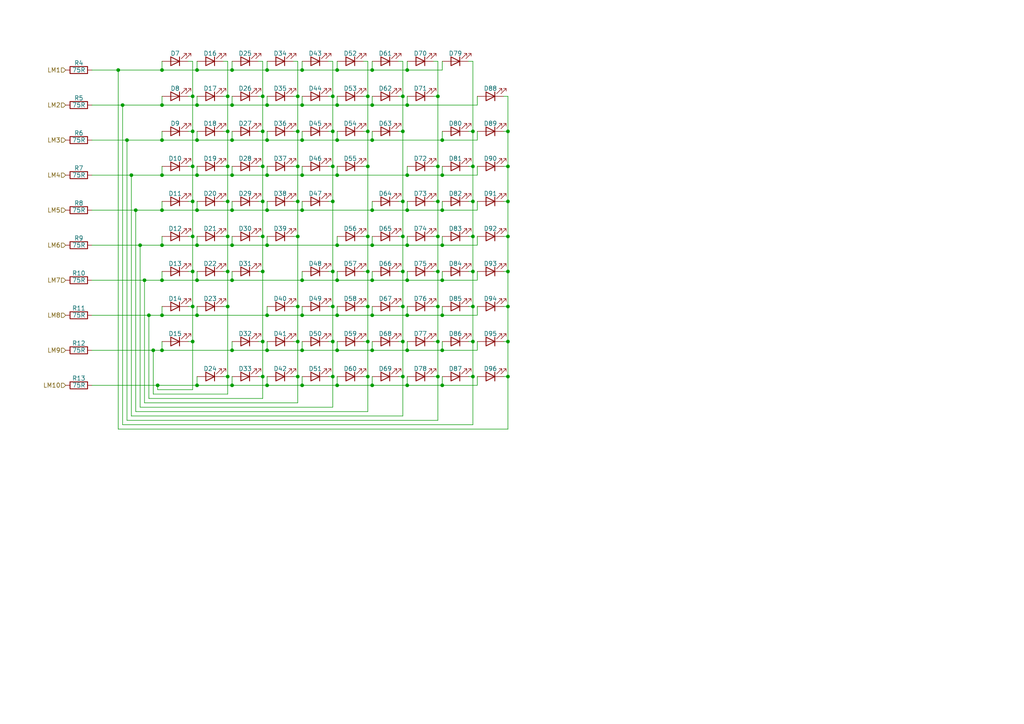
<source format=kicad_sch>
(kicad_sch (version 20231120) (generator "eeschema") (generator_version "8.0")
  (paper "A4")
  (title_block (title "Business Card") (date "2024-07-19") (rev "0") (company "Marian BUschsieweke"))
  (junction (at 147.32 109.22))
  (junction (at 46.99 81.28))
  (junction (at 128.27 40.64))
  (junction (at 67.31 30.48))
  (junction (at 67.31 81.28))
  (junction (at 57.15 20.32))
  (junction (at 97.79 101.6))
  (junction (at 87.63 30.48))
  (junction (at 106.68 38.1))
  (junction (at 106.68 48.26))
  (junction (at 86.36 58.42))
  (junction (at 77.47 40.64))
  (junction (at 116.84 58.42))
  (junction (at 67.31 40.64))
  (junction (at 67.31 101.6))
  (junction (at 57.15 50.8))
  (junction (at 116.84 88.9))
  (junction (at 106.68 88.9))
  (junction (at 107.95 30.48))
  (junction (at 67.31 20.32))
  (junction (at 87.63 60.96))
  (junction (at 106.68 68.58))
  (junction (at 66.04 68.58))
  (junction (at 41.91 81.28))
  (junction (at 46.99 91.44))
  (junction (at 55.88 48.26))
  (junction (at 118.11 91.44))
  (junction (at 67.31 71.12))
  (junction (at 137.16 78.74))
  (junction (at 116.84 27.94))
  (junction (at 116.84 68.58))
  (junction (at 46.99 101.6))
  (junction (at 106.68 99.06))
  (junction (at 127 58.42))
  (junction (at 67.31 111.76))
  (junction (at 76.2 38.1))
  (junction (at 86.36 48.26))
  (junction (at 87.63 91.44))
  (junction (at 77.47 20.32))
  (junction (at 46.99 71.12))
  (junction (at 34.29 20.32))
  (junction (at 40.64 71.12))
  (junction (at 116.84 38.1))
  (junction (at 77.47 60.96))
  (junction (at 118.11 71.12))
  (junction (at 147.32 58.42))
  (junction (at 55.88 27.94))
  (junction (at 46.99 60.96))
  (junction (at 77.47 30.48))
  (junction (at 118.11 81.28))
  (junction (at 86.36 88.9))
  (junction (at 128.27 111.76))
  (junction (at 66.04 38.1))
  (junction (at 46.99 20.32))
  (junction (at 147.32 48.26))
  (junction (at 39.37 60.96))
  (junction (at 87.63 111.76))
  (junction (at 77.47 71.12))
  (junction (at 77.47 91.44))
  (junction (at 127 68.58))
  (junction (at 118.11 20.32))
  (junction (at 106.68 27.94))
  (junction (at 118.11 30.48))
  (junction (at 106.68 109.22))
  (junction (at 118.11 60.96))
  (junction (at 57.15 81.28))
  (junction (at 128.27 81.28))
  (junction (at 96.52 78.74))
  (junction (at 97.79 20.32))
  (junction (at 107.95 81.28))
  (junction (at 86.36 68.58))
  (junction (at 86.36 99.06))
  (junction (at 57.15 40.64))
  (junction (at 127 78.74))
  (junction (at 66.04 48.26))
  (junction (at 87.63 50.8))
  (junction (at 97.79 81.28))
  (junction (at 137.16 68.58))
  (junction (at 76.2 58.42))
  (junction (at 127 99.06))
  (junction (at 96.52 58.42))
  (junction (at 147.32 38.1))
  (junction (at 55.88 58.42))
  (junction (at 137.16 48.26))
  (junction (at 43.18 91.44))
  (junction (at 57.15 91.44))
  (junction (at 55.88 99.06))
  (junction (at 87.63 40.64))
  (junction (at 76.2 99.06))
  (junction (at 55.88 68.58))
  (junction (at 96.52 88.9))
  (junction (at 128.27 71.12))
  (junction (at 55.88 38.1))
  (junction (at 67.31 60.96))
  (junction (at 86.36 38.1))
  (junction (at 137.16 109.22))
  (junction (at 67.31 50.8))
  (junction (at 44.45 101.6))
  (junction (at 66.04 27.94))
  (junction (at 97.79 111.76))
  (junction (at 97.79 71.12))
  (junction (at 57.15 111.76))
  (junction (at 107.95 111.76))
  (junction (at 66.04 78.74))
  (junction (at 57.15 30.48))
  (junction (at 77.47 101.6))
  (junction (at 128.27 50.8))
  (junction (at 118.11 111.76))
  (junction (at 147.32 99.06))
  (junction (at 116.84 99.06))
  (junction (at 97.79 30.48))
  (junction (at 66.04 88.9))
  (junction (at 107.95 20.32))
  (junction (at 46.99 40.64))
  (junction (at 116.84 78.74))
  (junction (at 118.11 101.6))
  (junction (at 76.2 27.94))
  (junction (at 127 48.26))
  (junction (at 118.11 50.8))
  (junction (at 128.27 60.96))
  (junction (at 57.15 71.12))
  (junction (at 107.95 40.64))
  (junction (at 106.68 78.74))
  (junction (at 96.52 38.1))
  (junction (at 66.04 109.22))
  (junction (at 147.32 78.74))
  (junction (at 137.16 58.42))
  (junction (at 46.99 50.8))
  (junction (at 45.72 111.76))
  (junction (at 97.79 40.64))
  (junction (at 55.88 78.74))
  (junction (at 76.2 68.58))
  (junction (at 46.99 30.48))
  (junction (at 97.79 50.8))
  (junction (at 76.2 78.74))
  (junction (at 38.1 50.8))
  (junction (at 36.83 40.64))
  (junction (at 77.47 50.8))
  (junction (at 97.79 91.44))
  (junction (at 128.27 91.44))
  (junction (at 57.15 60.96))
  (junction (at 96.52 109.22))
  (junction (at 87.63 101.6))
  (junction (at 147.32 88.9))
  (junction (at 127 109.22))
  (junction (at 107.95 91.44))
  (junction (at 55.88 88.9))
  (junction (at 66.04 58.42))
  (junction (at 147.32 68.58))
  (junction (at 35.56 30.48))
  (junction (at 116.84 109.22))
  (junction (at 77.47 111.76))
  (junction (at 76.2 48.26))
  (junction (at 128.27 101.6))
  (junction (at 107.95 60.96))
  (junction (at 127 88.9))
  (junction (at 96.52 99.06))
  (junction (at 137.16 38.1))
  (junction (at 96.52 27.94))
  (junction (at 96.52 48.26))
  (junction (at 86.36 109.22))
  (junction (at 76.2 109.22))
  (junction (at 87.63 81.28))
  (junction (at 107.95 101.6))
  (junction (at 137.16 99.06))
  (junction (at 127 27.94))
  (junction (at 87.63 20.32))
  (junction (at 107.95 71.12))
  (junction (at 137.16 88.9))
  (junction (at 86.36 27.94))
  (wire (pts (xy 67.31 109.22) (xy 67.31 111.76)))
  (wire (pts (xy 74.93 99.06) (xy 76.2 99.06)))
  (wire (pts (xy 137.16 58.42) (xy 137.16 68.58)))
  (wire (pts (xy 76.2 17.78) (xy 76.2 27.94)))
  (wire (pts (xy 118.11 81.28) (xy 128.27 81.28)))
  (wire (pts (xy 74.93 78.74) (xy 76.2 78.74)))
  (wire (pts (xy 116.84 78.74) (xy 116.84 88.9)))
  (wire (pts (xy 77.47 27.94) (xy 77.47 30.48)))
  (wire (pts (xy 138.43 78.74) (xy 138.43 81.28)))
  (wire (pts (xy 44.45 101.6) (xy 46.99 101.6)))
  (wire (pts (xy 107.95 78.74) (xy 107.95 81.28)))
  (wire (pts (xy 74.93 68.58) (xy 76.2 68.58)))
  (wire (pts (xy 125.73 58.42) (xy 127 58.42)))
  (wire (pts (xy 146.05 78.74) (xy 147.32 78.74)))
  (wire (pts (xy 57.15 68.58) (xy 57.15 71.12)))
  (wire (pts (xy 107.95 40.64) (xy 128.27 40.64)))
  (wire (pts (xy 146.05 88.9) (xy 147.32 88.9)))
  (wire (pts (xy 97.79 99.06) (xy 97.79 101.6)))
  (wire (pts (xy 77.47 88.9) (xy 77.47 91.44)))
  (wire (pts (xy 85.09 38.1) (xy 86.36 38.1)))
  (wire (pts (xy 128.27 68.58) (xy 128.27 71.12)))
  (wire (pts (xy 41.91 116.84) (xy 86.36 116.84)))
  (wire (pts (xy 97.79 101.6) (xy 107.95 101.6)))
  (wire (pts (xy 74.93 38.1) (xy 76.2 38.1)))
  (wire (pts (xy 118.11 58.42) (xy 118.11 60.96)))
  (wire (pts (xy 67.31 27.94) (xy 67.31 30.48)))
  (wire (pts (xy 86.36 88.9) (xy 86.36 99.06)))
  (wire (pts (xy 116.84 58.42) (xy 116.84 68.58)))
  (wire (pts (xy 77.47 17.78) (xy 77.47 20.32)))
  (wire (pts (xy 128.27 91.44) (xy 138.43 91.44)))
  (wire (pts (xy 96.52 38.1) (xy 96.52 48.26)))
  (wire (pts (xy 54.61 48.26) (xy 55.88 48.26)))
  (wire (pts (xy 64.77 27.94) (xy 66.04 27.94)))
  (wire (pts (xy 107.95 111.76) (xy 118.11 111.76)))
  (wire (pts (xy 107.95 99.06) (xy 107.95 101.6)))
  (wire (pts (xy 147.32 99.06) (xy 147.32 109.22)))
  (wire (pts (xy 86.36 68.58) (xy 86.36 88.9)))
  (wire (pts (xy 67.31 99.06) (xy 67.31 101.6)))
  (wire (pts (xy 67.31 111.76) (xy 77.47 111.76)))
  (wire (pts (xy 118.11 20.32) (xy 128.27 20.32)))
  (wire (pts (xy 127 109.22) (xy 127 121.92)))
  (wire (pts (xy 44.45 114.3) (xy 66.04 114.3)))
  (wire (pts (xy 55.88 99.06) (xy 55.88 113.03)))
  (wire (pts (xy 127 58.42) (xy 127 68.58)))
  (wire (pts (xy 66.04 38.1) (xy 66.04 48.26)))
  (wire (pts (xy 115.57 109.22) (xy 116.84 109.22)))
  (wire (pts (xy 107.95 20.32) (xy 118.11 20.32)))
  (wire (pts (xy 128.27 58.42) (xy 128.27 60.96)))
  (wire (pts (xy 128.27 109.22) (xy 128.27 111.76)))
  (wire (pts (xy 67.31 17.78) (xy 67.31 20.32)))
  (wire (pts (xy 116.84 99.06) (xy 116.84 109.22)))
  (wire (pts (xy 128.27 71.12) (xy 138.43 71.12)))
  (wire (pts (xy 86.36 27.94) (xy 86.36 38.1)))
  (wire (pts (xy 67.31 78.74) (xy 67.31 81.28)))
  (wire (pts (xy 55.88 48.26) (xy 55.88 58.42)))
  (wire (pts (xy 147.32 48.26) (xy 147.32 58.42)))
  (wire (pts (xy 107.95 58.42) (xy 107.95 60.96)))
  (wire (pts (xy 118.11 68.58) (xy 118.11 71.12)))
  (wire (pts (xy 97.79 91.44) (xy 107.95 91.44)))
  (wire (pts (xy 87.63 48.26) (xy 87.63 50.8)))
  (wire (pts (xy 64.77 38.1) (xy 66.04 38.1)))
  (wire (pts (xy 127 121.92) (xy 36.83 121.92)))
  (wire (pts (xy 55.88 38.1) (xy 55.88 48.26)))
  (wire (pts (xy 115.57 99.06) (xy 116.84 99.06)))
  (wire (pts (xy 96.52 17.78) (xy 96.52 27.94)))
  (wire (pts (xy 67.31 30.48) (xy 77.47 30.48)))
  (wire (pts (xy 64.77 88.9) (xy 66.04 88.9)))
  (wire (pts (xy 77.47 50.8) (xy 87.63 50.8)))
  (wire (pts (xy 67.31 48.26) (xy 67.31 50.8)))
  (wire (pts (xy 38.1 120.65) (xy 116.84 120.65)))
  (wire (pts (xy 74.93 27.94) (xy 76.2 27.94)))
  (wire (pts (xy 128.27 111.76) (xy 138.43 111.76)))
  (wire (pts (xy 105.41 68.58) (xy 106.68 68.58)))
  (wire (pts (xy 77.47 91.44) (xy 87.63 91.44)))
  (wire (pts (xy 115.57 78.74) (xy 116.84 78.74)))
  (wire (pts (xy 137.16 88.9) (xy 137.16 99.06)))
  (wire (pts (xy 147.32 88.9) (xy 147.32 99.06)))
  (wire (pts (xy 137.16 99.06) (xy 137.16 109.22)))
  (wire (pts (xy 107.95 27.94) (xy 107.95 30.48)))
  (wire (pts (xy 97.79 48.26) (xy 97.79 50.8)))
  (wire (pts (xy 87.63 20.32) (xy 97.79 20.32)))
  (wire (pts (xy 57.15 60.96) (xy 67.31 60.96)))
  (wire (pts (xy 135.89 58.42) (xy 137.16 58.42)))
  (wire (pts (xy 87.63 58.42) (xy 87.63 60.96)))
  (wire (pts (xy 67.31 68.58) (xy 67.31 71.12)))
  (wire (pts (xy 85.09 99.06) (xy 86.36 99.06)))
  (wire (pts (xy 138.43 68.58) (xy 138.43 71.12)))
  (wire (pts (xy 97.79 81.28) (xy 107.95 81.28)))
  (wire (pts (xy 137.16 68.58) (xy 137.16 78.74)))
  (wire (pts (xy 67.31 58.42) (xy 67.31 60.96)))
  (wire (pts (xy 87.63 81.28) (xy 97.79 81.28)))
  (wire (pts (xy 46.99 40.64) (xy 57.15 40.64)))
  (wire (pts (xy 86.36 38.1) (xy 86.36 48.26)))
  (wire (pts (xy 26.67 60.96) (xy 39.37 60.96)))
  (wire (pts (xy 106.68 78.74) (xy 106.68 88.9)))
  (wire (pts (xy 97.79 109.22) (xy 97.79 111.76)))
  (wire (pts (xy 87.63 60.96) (xy 107.95 60.96)))
  (wire (pts (xy 55.88 27.94) (xy 55.88 38.1)))
  (wire (pts (xy 54.61 68.58) (xy 55.88 68.58)))
  (wire (pts (xy 116.84 38.1) (xy 116.84 58.42)))
  (wire (pts (xy 105.41 48.26) (xy 106.68 48.26)))
  (wire (pts (xy 127 78.74) (xy 127 88.9)))
  (wire (pts (xy 40.64 118.11) (xy 96.52 118.11)))
  (wire (pts (xy 97.79 40.64) (xy 107.95 40.64)))
  (wire (pts (xy 39.37 60.96) (xy 39.37 119.38)))
  (wire (pts (xy 36.83 40.64) (xy 36.83 121.92)))
  (wire (pts (xy 115.57 58.42) (xy 116.84 58.42)))
  (wire (pts (xy 146.05 38.1) (xy 147.32 38.1)))
  (wire (pts (xy 57.15 38.1) (xy 57.15 40.64)))
  (wire (pts (xy 86.36 17.78) (xy 86.36 27.94)))
  (wire (pts (xy 46.99 81.28) (xy 57.15 81.28)))
  (wire (pts (xy 125.73 27.94) (xy 127 27.94)))
  (wire (pts (xy 97.79 71.12) (xy 107.95 71.12)))
  (wire (pts (xy 26.67 81.28) (xy 41.91 81.28)))
  (wire (pts (xy 107.95 60.96) (xy 118.11 60.96)))
  (wire (pts (xy 35.56 123.19) (xy 137.16 123.19)))
  (wire (pts (xy 86.36 48.26) (xy 86.36 58.42)))
  (wire (pts (xy 128.27 17.78) (xy 128.27 20.32)))
  (wire (pts (xy 97.79 78.74) (xy 97.79 81.28)))
  (wire (pts (xy 35.56 30.48) (xy 35.56 123.19)))
  (wire (pts (xy 107.95 30.48) (xy 118.11 30.48)))
  (wire (pts (xy 57.15 48.26) (xy 57.15 50.8)))
  (wire (pts (xy 45.72 113.03) (xy 55.88 113.03)))
  (wire (pts (xy 77.47 111.76) (xy 87.63 111.76)))
  (wire (pts (xy 105.41 27.94) (xy 106.68 27.94)))
  (wire (pts (xy 46.99 99.06) (xy 46.99 101.6)))
  (wire (pts (xy 125.73 17.78) (xy 127 17.78)))
  (wire (pts (xy 118.11 71.12) (xy 128.27 71.12)))
  (wire (pts (xy 46.99 60.96) (xy 57.15 60.96)))
  (wire (pts (xy 76.2 58.42) (xy 76.2 68.58)))
  (wire (pts (xy 106.68 88.9) (xy 106.68 99.06)))
  (wire (pts (xy 137.16 38.1) (xy 137.16 48.26)))
  (wire (pts (xy 95.25 58.42) (xy 96.52 58.42)))
  (wire (pts (xy 128.27 50.8) (xy 138.43 50.8)))
  (wire (pts (xy 146.05 68.58) (xy 147.32 68.58)))
  (wire (pts (xy 146.05 109.22) (xy 147.32 109.22)))
  (wire (pts (xy 57.15 17.78) (xy 57.15 20.32)))
  (wire (pts (xy 77.47 71.12) (xy 97.79 71.12)))
  (wire (pts (xy 96.52 88.9) (xy 96.52 99.06)))
  (wire (pts (xy 95.25 48.26) (xy 96.52 48.26)))
  (wire (pts (xy 85.09 27.94) (xy 86.36 27.94)))
  (wire (pts (xy 106.68 27.94) (xy 106.68 38.1)))
  (wire (pts (xy 125.73 78.74) (xy 127 78.74)))
  (wire (pts (xy 127 88.9) (xy 127 99.06)))
  (wire (pts (xy 40.64 71.12) (xy 40.64 118.11)))
  (wire (pts (xy 128.27 60.96) (xy 138.43 60.96)))
  (wire (pts (xy 128.27 99.06) (xy 128.27 101.6)))
  (wire (pts (xy 86.36 109.22) (xy 86.36 116.84)))
  (wire (pts (xy 118.11 17.78) (xy 118.11 20.32)))
  (wire (pts (xy 46.99 101.6) (xy 67.31 101.6)))
  (wire (pts (xy 138.43 88.9) (xy 138.43 91.44)))
  (wire (pts (xy 67.31 71.12) (xy 77.47 71.12)))
  (wire (pts (xy 64.77 68.58) (xy 66.04 68.58)))
  (wire (pts (xy 106.68 109.22) (xy 106.68 119.38)))
  (wire (pts (xy 87.63 50.8) (xy 97.79 50.8)))
  (wire (pts (xy 85.09 68.58) (xy 86.36 68.58)))
  (wire (pts (xy 118.11 60.96) (xy 128.27 60.96)))
  (wire (pts (xy 116.84 88.9) (xy 116.84 99.06)))
  (wire (pts (xy 46.99 27.94) (xy 46.99 30.48)))
  (wire (pts (xy 128.27 38.1) (xy 128.27 40.64)))
  (wire (pts (xy 118.11 30.48) (xy 138.43 30.48)))
  (wire (pts (xy 147.32 38.1) (xy 147.32 48.26)))
  (wire (pts (xy 66.04 88.9) (xy 66.04 109.22)))
  (wire (pts (xy 106.68 17.78) (xy 106.68 27.94)))
  (wire (pts (xy 46.99 71.12) (xy 57.15 71.12)))
  (wire (pts (xy 40.64 71.12) (xy 46.99 71.12)))
  (wire (pts (xy 76.2 38.1) (xy 76.2 48.26)))
  (wire (pts (xy 127 27.94) (xy 127 48.26)))
  (wire (pts (xy 135.89 38.1) (xy 137.16 38.1)))
  (wire (pts (xy 67.31 40.64) (xy 77.47 40.64)))
  (wire (pts (xy 87.63 91.44) (xy 97.79 91.44)))
  (wire (pts (xy 77.47 20.32) (xy 87.63 20.32)))
  (wire (pts (xy 66.04 68.58) (xy 66.04 78.74)))
  (wire (pts (xy 118.11 48.26) (xy 118.11 50.8)))
  (wire (pts (xy 135.89 88.9) (xy 137.16 88.9)))
  (wire (pts (xy 87.63 17.78) (xy 87.63 20.32)))
  (wire (pts (xy 96.52 109.22) (xy 96.52 118.11)))
  (wire (pts (xy 138.43 27.94) (xy 138.43 30.48)))
  (wire (pts (xy 34.29 124.46) (xy 147.32 124.46)))
  (wire (pts (xy 66.04 58.42) (xy 66.04 68.58)))
  (wire (pts (xy 107.95 17.78) (xy 107.95 20.32)))
  (wire (pts (xy 97.79 111.76) (xy 107.95 111.76)))
  (wire (pts (xy 128.27 81.28) (xy 138.43 81.28)))
  (wire (pts (xy 64.77 109.22) (xy 66.04 109.22)))
  (wire (pts (xy 54.61 27.94) (xy 55.88 27.94)))
  (wire (pts (xy 138.43 48.26) (xy 138.43 50.8)))
  (wire (pts (xy 116.84 17.78) (xy 116.84 27.94)))
  (wire (pts (xy 43.18 91.44) (xy 43.18 115.57)))
  (wire (pts (xy 54.61 38.1) (xy 55.88 38.1)))
  (wire (pts (xy 85.09 58.42) (xy 86.36 58.42)))
  (wire (pts (xy 97.79 17.78) (xy 97.79 20.32)))
  (wire (pts (xy 54.61 58.42) (xy 55.88 58.42)))
  (wire (pts (xy 97.79 30.48) (xy 107.95 30.48)))
  (wire (pts (xy 76.2 68.58) (xy 76.2 78.74)))
  (wire (pts (xy 57.15 50.8) (xy 67.31 50.8)))
  (wire (pts (xy 26.67 111.76) (xy 45.72 111.76)))
  (wire (pts (xy 146.05 27.94) (xy 147.32 27.94)))
  (wire (pts (xy 74.93 48.26) (xy 76.2 48.26)))
  (wire (pts (xy 118.11 111.76) (xy 128.27 111.76)))
  (wire (pts (xy 95.25 38.1) (xy 96.52 38.1)))
  (wire (pts (xy 35.56 30.48) (xy 46.99 30.48)))
  (wire (pts (xy 107.95 81.28) (xy 118.11 81.28)))
  (wire (pts (xy 95.25 99.06) (xy 96.52 99.06)))
  (wire (pts (xy 146.05 48.26) (xy 147.32 48.26)))
  (wire (pts (xy 66.04 109.22) (xy 66.04 114.3)))
  (wire (pts (xy 74.93 17.78) (xy 76.2 17.78)))
  (wire (pts (xy 85.09 88.9) (xy 86.36 88.9)))
  (wire (pts (xy 64.77 78.74) (xy 66.04 78.74)))
  (wire (pts (xy 43.18 115.57) (xy 76.2 115.57)))
  (wire (pts (xy 87.63 101.6) (xy 97.79 101.6)))
  (wire (pts (xy 107.95 38.1) (xy 107.95 40.64)))
  (wire (pts (xy 137.16 109.22) (xy 137.16 123.19)))
  (wire (pts (xy 86.36 58.42) (xy 86.36 68.58)))
  (wire (pts (xy 57.15 91.44) (xy 77.47 91.44)))
  (wire (pts (xy 107.95 101.6) (xy 118.11 101.6)))
  (wire (pts (xy 115.57 17.78) (xy 116.84 17.78)))
  (wire (pts (xy 46.99 88.9) (xy 46.99 91.44)))
  (wire (pts (xy 26.67 30.48) (xy 35.56 30.48)))
  (wire (pts (xy 77.47 58.42) (xy 77.47 60.96)))
  (wire (pts (xy 87.63 38.1) (xy 87.63 40.64)))
  (wire (pts (xy 135.89 17.78) (xy 137.16 17.78)))
  (wire (pts (xy 67.31 81.28) (xy 87.63 81.28)))
  (wire (pts (xy 128.27 78.74) (xy 128.27 81.28)))
  (wire (pts (xy 64.77 58.42) (xy 66.04 58.42)))
  (wire (pts (xy 76.2 48.26) (xy 76.2 58.42)))
  (wire (pts (xy 105.41 17.78) (xy 106.68 17.78)))
  (wire (pts (xy 137.16 48.26) (xy 137.16 58.42)))
  (wire (pts (xy 138.43 99.06) (xy 138.43 101.6)))
  (wire (pts (xy 34.29 20.32) (xy 46.99 20.32)))
  (wire (pts (xy 57.15 81.28) (xy 67.31 81.28)))
  (wire (pts (xy 86.36 99.06) (xy 86.36 109.22)))
  (wire (pts (xy 43.18 91.44) (xy 46.99 91.44)))
  (wire (pts (xy 87.63 111.76) (xy 97.79 111.76)))
  (wire (pts (xy 38.1 50.8) (xy 46.99 50.8)))
  (wire (pts (xy 44.45 101.6) (xy 44.45 114.3)))
  (wire (pts (xy 125.73 68.58) (xy 127 68.58)))
  (wire (pts (xy 76.2 27.94) (xy 76.2 38.1)))
  (wire (pts (xy 46.99 58.42) (xy 46.99 60.96)))
  (wire (pts (xy 107.95 91.44) (xy 118.11 91.44)))
  (wire (pts (xy 57.15 78.74) (xy 57.15 81.28)))
  (wire (pts (xy 64.77 48.26) (xy 66.04 48.26)))
  (wire (pts (xy 107.95 88.9) (xy 107.95 91.44)))
  (wire (pts (xy 54.61 78.74) (xy 55.88 78.74)))
  (wire (pts (xy 55.88 17.78) (xy 55.88 27.94)))
  (wire (pts (xy 87.63 109.22) (xy 87.63 111.76)))
  (wire (pts (xy 96.52 27.94) (xy 96.52 38.1)))
  (wire (pts (xy 118.11 88.9) (xy 118.11 91.44)))
  (wire (pts (xy 105.41 99.06) (xy 106.68 99.06)))
  (wire (pts (xy 87.63 27.94) (xy 87.63 30.48)))
  (wire (pts (xy 54.61 99.06) (xy 55.88 99.06)))
  (wire (pts (xy 97.79 20.32) (xy 107.95 20.32)))
  (wire (pts (xy 116.84 27.94) (xy 116.84 38.1)))
  (wire (pts (xy 57.15 71.12) (xy 67.31 71.12)))
  (wire (pts (xy 135.89 99.06) (xy 137.16 99.06)))
  (wire (pts (xy 138.43 58.42) (xy 138.43 60.96)))
  (wire (pts (xy 95.25 88.9) (xy 96.52 88.9)))
  (wire (pts (xy 95.25 17.78) (xy 96.52 17.78)))
  (wire (pts (xy 128.27 48.26) (xy 128.27 50.8)))
  (wire (pts (xy 128.27 88.9) (xy 128.27 91.44)))
  (wire (pts (xy 105.41 109.22) (xy 106.68 109.22)))
  (wire (pts (xy 127 17.78) (xy 127 27.94)))
  (wire (pts (xy 97.79 88.9) (xy 97.79 91.44)))
  (wire (pts (xy 105.41 38.1) (xy 106.68 38.1)))
  (wire (pts (xy 46.99 48.26) (xy 46.99 50.8)))
  (wire (pts (xy 97.79 50.8) (xy 118.11 50.8)))
  (wire (pts (xy 96.52 99.06) (xy 96.52 109.22)))
  (wire (pts (xy 115.57 88.9) (xy 116.84 88.9)))
  (wire (pts (xy 26.67 101.6) (xy 44.45 101.6)))
  (wire (pts (xy 67.31 20.32) (xy 77.47 20.32)))
  (wire (pts (xy 66.04 78.74) (xy 66.04 88.9)))
  (wire (pts (xy 55.88 78.74) (xy 55.88 88.9)))
  (wire (pts (xy 85.09 48.26) (xy 86.36 48.26)))
  (wire (pts (xy 87.63 99.06) (xy 87.63 101.6)))
  (wire (pts (xy 95.25 78.74) (xy 96.52 78.74)))
  (wire (pts (xy 26.67 50.8) (xy 38.1 50.8)))
  (wire (pts (xy 46.99 38.1) (xy 46.99 40.64)))
  (wire (pts (xy 39.37 119.38) (xy 106.68 119.38)))
  (wire (pts (xy 46.99 17.78) (xy 46.99 20.32)))
  (wire (pts (xy 96.52 78.74) (xy 96.52 88.9)))
  (wire (pts (xy 147.32 78.74) (xy 147.32 88.9)))
  (wire (pts (xy 125.73 88.9) (xy 127 88.9)))
  (wire (pts (xy 67.31 50.8) (xy 77.47 50.8)))
  (wire (pts (xy 125.73 48.26) (xy 127 48.26)))
  (wire (pts (xy 74.93 58.42) (xy 76.2 58.42)))
  (wire (pts (xy 67.31 60.96) (xy 77.47 60.96)))
  (wire (pts (xy 54.61 88.9) (xy 55.88 88.9)))
  (wire (pts (xy 135.89 48.26) (xy 137.16 48.26)))
  (wire (pts (xy 64.77 17.78) (xy 66.04 17.78)))
  (wire (pts (xy 87.63 30.48) (xy 97.79 30.48)))
  (wire (pts (xy 77.47 68.58) (xy 77.47 71.12)))
  (wire (pts (xy 36.83 40.64) (xy 46.99 40.64)))
  (wire (pts (xy 57.15 58.42) (xy 57.15 60.96)))
  (wire (pts (xy 95.25 27.94) (xy 96.52 27.94)))
  (wire (pts (xy 96.52 48.26) (xy 96.52 58.42)))
  (wire (pts (xy 118.11 50.8) (xy 128.27 50.8)))
  (wire (pts (xy 66.04 27.94) (xy 66.04 38.1)))
  (wire (pts (xy 54.61 17.78) (xy 55.88 17.78)))
  (wire (pts (xy 57.15 27.94) (xy 57.15 30.48)))
  (wire (pts (xy 125.73 109.22) (xy 127 109.22)))
  (wire (pts (xy 147.32 58.42) (xy 147.32 68.58)))
  (wire (pts (xy 118.11 101.6) (xy 128.27 101.6)))
  (wire (pts (xy 26.67 91.44) (xy 43.18 91.44)))
  (wire (pts (xy 105.41 78.74) (xy 106.68 78.74)))
  (wire (pts (xy 38.1 50.8) (xy 38.1 120.65)))
  (wire (pts (xy 118.11 109.22) (xy 118.11 111.76)))
  (wire (pts (xy 147.32 27.94) (xy 147.32 38.1)))
  (wire (pts (xy 77.47 60.96) (xy 87.63 60.96)))
  (wire (pts (xy 97.79 68.58) (xy 97.79 71.12)))
  (wire (pts (xy 57.15 30.48) (xy 67.31 30.48)))
  (wire (pts (xy 118.11 91.44) (xy 128.27 91.44)))
  (wire (pts (xy 55.88 88.9) (xy 55.88 99.06)))
  (wire (pts (xy 127 48.26) (xy 127 58.42)))
  (wire (pts (xy 55.88 58.42) (xy 55.88 68.58)))
  (wire (pts (xy 57.15 20.32) (xy 67.31 20.32)))
  (wire (pts (xy 147.32 109.22) (xy 147.32 124.46)))
  (wire (pts (xy 57.15 40.64) (xy 67.31 40.64)))
  (wire (pts (xy 87.63 78.74) (xy 87.63 81.28)))
  (wire (pts (xy 57.15 109.22) (xy 57.15 111.76)))
  (wire (pts (xy 135.89 68.58) (xy 137.16 68.58)))
  (wire (pts (xy 76.2 99.06) (xy 76.2 109.22)))
  (wire (pts (xy 106.68 38.1) (xy 106.68 48.26)))
  (wire (pts (xy 77.47 38.1) (xy 77.47 40.64)))
  (wire (pts (xy 137.16 17.78) (xy 137.16 38.1)))
  (wire (pts (xy 39.37 60.96) (xy 46.99 60.96)))
  (wire (pts (xy 118.11 99.06) (xy 118.11 101.6)))
  (wire (pts (xy 55.88 68.58) (xy 55.88 78.74)))
  (wire (pts (xy 66.04 48.26) (xy 66.04 58.42)))
  (wire (pts (xy 46.99 78.74) (xy 46.99 81.28)))
  (wire (pts (xy 135.89 78.74) (xy 137.16 78.74)))
  (wire (pts (xy 137.16 78.74) (xy 137.16 88.9)))
  (wire (pts (xy 115.57 68.58) (xy 116.84 68.58)))
  (wire (pts (xy 45.72 111.76) (xy 45.72 113.03)))
  (wire (pts (xy 46.99 91.44) (xy 57.15 91.44)))
  (wire (pts (xy 46.99 20.32) (xy 57.15 20.32)))
  (wire (pts (xy 115.57 38.1) (xy 116.84 38.1)))
  (wire (pts (xy 107.95 109.22) (xy 107.95 111.76)))
  (wire (pts (xy 128.27 40.64) (xy 138.43 40.64)))
  (wire (pts (xy 46.99 68.58) (xy 46.99 71.12)))
  (wire (pts (xy 138.43 38.1) (xy 138.43 40.64)))
  (wire (pts (xy 46.99 30.48) (xy 57.15 30.48)))
  (wire (pts (xy 57.15 88.9) (xy 57.15 91.44)))
  (wire (pts (xy 146.05 99.06) (xy 147.32 99.06)))
  (wire (pts (xy 115.57 27.94) (xy 116.84 27.94)))
  (wire (pts (xy 67.31 38.1) (xy 67.31 40.64)))
  (wire (pts (xy 34.29 20.32) (xy 34.29 124.46)))
  (wire (pts (xy 127 99.06) (xy 127 109.22)))
  (wire (pts (xy 97.79 38.1) (xy 97.79 40.64)))
  (wire (pts (xy 105.41 88.9) (xy 106.68 88.9)))
  (wire (pts (xy 118.11 78.74) (xy 118.11 81.28)))
  (wire (pts (xy 106.68 68.58) (xy 106.68 78.74)))
  (wire (pts (xy 26.67 40.64) (xy 36.83 40.64)))
  (wire (pts (xy 106.68 48.26) (xy 106.68 68.58)))
  (wire (pts (xy 67.31 101.6) (xy 77.47 101.6)))
  (wire (pts (xy 76.2 109.22) (xy 76.2 115.57)))
  (wire (pts (xy 118.11 27.94) (xy 118.11 30.48)))
  (wire (pts (xy 77.47 99.06) (xy 77.47 101.6)))
  (wire (pts (xy 46.99 50.8) (xy 57.15 50.8)))
  (wire (pts (xy 45.72 111.76) (xy 57.15 111.76)))
  (wire (pts (xy 41.91 81.28) (xy 41.91 116.84)))
  (wire (pts (xy 128.27 101.6) (xy 138.43 101.6)))
  (wire (pts (xy 125.73 99.06) (xy 127 99.06)))
  (wire (pts (xy 26.67 71.12) (xy 40.64 71.12)))
  (wire (pts (xy 127 68.58) (xy 127 78.74)))
  (wire (pts (xy 138.43 109.22) (xy 138.43 111.76)))
  (wire (pts (xy 87.63 88.9) (xy 87.63 91.44)))
  (wire (pts (xy 26.67 20.32) (xy 34.29 20.32)))
  (wire (pts (xy 135.89 109.22) (xy 137.16 109.22)))
  (wire (pts (xy 76.2 78.74) (xy 76.2 99.06)))
  (wire (pts (xy 77.47 30.48) (xy 87.63 30.48)))
  (wire (pts (xy 77.47 101.6) (xy 87.63 101.6)))
  (wire (pts (xy 41.91 81.28) (xy 46.99 81.28)))
  (wire (pts (xy 77.47 109.22) (xy 77.47 111.76)))
  (wire (pts (xy 85.09 109.22) (xy 86.36 109.22)))
  (wire (pts (xy 106.68 99.06) (xy 106.68 109.22)))
  (wire (pts (xy 77.47 48.26) (xy 77.47 50.8)))
  (wire (pts (xy 147.32 68.58) (xy 147.32 78.74)))
  (wire (pts (xy 77.47 40.64) (xy 87.63 40.64)))
  (wire (pts (xy 97.79 27.94) (xy 97.79 30.48)))
  (wire (pts (xy 107.95 68.58) (xy 107.95 71.12)))
  (wire (pts (xy 116.84 109.22) (xy 116.84 120.65)))
  (wire (pts (xy 96.52 58.42) (xy 96.52 78.74)))
  (wire (pts (xy 74.93 109.22) (xy 76.2 109.22)))
  (wire (pts (xy 95.25 109.22) (xy 96.52 109.22)))
  (wire (pts (xy 87.63 40.64) (xy 97.79 40.64)))
  (wire (pts (xy 66.04 17.78) (xy 66.04 27.94)))
  (wire (pts (xy 107.95 71.12) (xy 118.11 71.12)))
  (wire (pts (xy 146.05 58.42) (xy 147.32 58.42)))
  (wire (pts (xy 116.84 68.58) (xy 116.84 78.74)))
  (wire (pts (xy 57.15 111.76) (xy 67.31 111.76)))
  (wire (pts (xy 85.09 17.78) (xy 86.36 17.78)))
  (hierarchical_label "LM9" (shape input) (at 19.05 101.6 180))
  (hierarchical_label "LM8" (shape input) (at 19.05 91.44 180))
  (hierarchical_label "LM1" (shape input) (at 19.05 20.32 180))
  (hierarchical_label "LM4" (shape input) (at 19.05 50.8 180))
  (hierarchical_label "LM3" (shape input) (at 19.05 40.64 180))
  (hierarchical_label "LM7" (shape input) (at 19.05 81.28 180))
  (hierarchical_label "LM2" (shape input) (at 19.05 30.48 180))
  (hierarchical_label "LM10" (shape input) (at 19.05 111.76 180))
  (hierarchical_label "LM5" (shape input) (at 19.05 60.96 180))
  (hierarchical_label "LM6" (shape input) (at 19.05 71.12 180))
  (symbol (lib_id "Device:LED") (at 50.8 17.78 180) (unit 1)
    (property "Reference" "D7" (at 50.8 15.494 0))
    (property "Value" "LED" (effects (hide yes)))
    (property "Footprint" "LED_SMD:LED_0603_1608Metric" (effects (hide yes)))
    (property "Datasheet" "https://wmsc.lcsc.com/wmsc/upload/file/pdf/v2/lcsc/1810231112_Hubei-KENTO-Elec-KT-0603R_C2286.pdf" (effects (hide yes)))
    (property "Description" "Light emitting diode" (effects (hide yes)))
    (property "MPN" "C2286" (effects (hide yes)))
  )
  (symbol (lib_id "Device:LED") (at 121.92 109.22 180) (unit 1)
    (property "Reference" "D78" (at 121.92 106.934 0))
    (property "Value" "LED" (effects (hide yes)))
    (property "Footprint" "LED_SMD:LED_0603_1608Metric" (effects (hide yes)))
    (property "Datasheet" "https://wmsc.lcsc.com/wmsc/upload/file/pdf/v2/lcsc/1810231112_Hubei-KENTO-Elec-KT-0603R_C2286.pdf" (effects (hide yes)))
    (property "Description" "Light emitting diode" (effects (hide yes)))
    (property "MPN" "C2286" (effects (hide yes)))
  )
  (symbol (lib_id "Device:LED") (at 132.08 88.9 180) (unit 1)
    (property "Reference" "D85" (at 132.08 86.614 0))
    (property "Value" "LED" (effects (hide yes)))
    (property "Footprint" "LED_SMD:LED_0603_1608Metric" (effects (hide yes)))
    (property "Datasheet" "https://wmsc.lcsc.com/wmsc/upload/file/pdf/v2/lcsc/1810231112_Hubei-KENTO-Elec-KT-0603R_C2286.pdf" (effects (hide yes)))
    (property "Description" "Light emitting diode" (effects (hide yes)))
    (property "MPN" "C2286" (effects (hide yes)))
  )
  (symbol (lib_id "Device:LED") (at 60.96 38.1 180) (unit 1)
    (property "Reference" "D18" (at 60.96 35.814 0))
    (property "Value" "LED" (effects (hide yes)))
    (property "Footprint" "LED_SMD:LED_0603_1608Metric" (effects (hide yes)))
    (property "Datasheet" "https://wmsc.lcsc.com/wmsc/upload/file/pdf/v2/lcsc/1810231112_Hubei-KENTO-Elec-KT-0603R_C2286.pdf" (effects (hide yes)))
    (property "Description" "Light emitting diode" (effects (hide yes)))
    (property "MPN" "C2286" (effects (hide yes)))
  )
  (symbol (lib_id "Device:R") (at 22.86 71.12 90) (unit 1)
    (property "Reference" "R9" (at 22.86 69.088 90))
    (property "Value" "75R" (at 22.86 71.12 90))
    (property "Footprint" "Resistor_SMD:R_0603_1608Metric" (effects (hide yes)))
    (property "Datasheet" "https://wmsc.lcsc.com/wmsc/upload/file/pdf/v2/lcsc/2206010216_UNI-ROYAL-Uniroyal-Elec-0603WAF750JT5E_C4275.pdf" (effects (hide yes)))
    (property "Description" "Resistor" (effects (hide yes)))
    (property "MPN" "C4275" (effects (hide yes)))
  )
  (symbol (lib_id "Device:LED") (at 50.8 68.58 180) (unit 1)
    (property "Reference" "D12" (at 50.8 66.294 0))
    (property "Value" "LED" (effects (hide yes)))
    (property "Footprint" "LED_SMD:LED_0603_1608Metric" (effects (hide yes)))
    (property "Datasheet" "https://wmsc.lcsc.com/wmsc/upload/file/pdf/v2/lcsc/1810231112_Hubei-KENTO-Elec-KT-0603R_C2286.pdf" (effects (hide yes)))
    (property "Description" "Light emitting diode" (effects (hide yes)))
    (property "MPN" "C2286" (effects (hide yes)))
  )
  (symbol (lib_id "Device:LED") (at 60.96 68.58 180) (unit 1)
    (property "Reference" "D21" (at 60.96 66.294 0))
    (property "Value" "LED" (effects (hide yes)))
    (property "Footprint" "LED_SMD:LED_0603_1608Metric" (effects (hide yes)))
    (property "Datasheet" "https://wmsc.lcsc.com/wmsc/upload/file/pdf/v2/lcsc/1810231112_Hubei-KENTO-Elec-KT-0603R_C2286.pdf" (effects (hide yes)))
    (property "Description" "Light emitting diode" (effects (hide yes)))
    (property "MPN" "C2286" (effects (hide yes)))
  )
  (symbol (lib_id "Device:LED") (at 111.76 99.06 180) (unit 1)
    (property "Reference" "D68" (at 111.76 96.774 0))
    (property "Value" "LED" (effects (hide yes)))
    (property "Footprint" "LED_SMD:LED_0603_1608Metric" (effects (hide yes)))
    (property "Datasheet" "https://wmsc.lcsc.com/wmsc/upload/file/pdf/v2/lcsc/1810231112_Hubei-KENTO-Elec-KT-0603R_C2286.pdf" (effects (hide yes)))
    (property "Description" "Light emitting diode" (effects (hide yes)))
    (property "MPN" "C2286" (effects (hide yes)))
  )
  (symbol (lib_id "Device:LED") (at 71.12 99.06 180) (unit 1)
    (property "Reference" "D32" (at 71.12 96.774 0))
    (property "Value" "LED" (effects (hide yes)))
    (property "Footprint" "LED_SMD:LED_0603_1608Metric" (effects (hide yes)))
    (property "Datasheet" "https://wmsc.lcsc.com/wmsc/upload/file/pdf/v2/lcsc/1810231112_Hubei-KENTO-Elec-KT-0603R_C2286.pdf" (effects (hide yes)))
    (property "Description" "Light emitting diode" (effects (hide yes)))
    (property "MPN" "C2286" (effects (hide yes)))
  )
  (symbol (lib_id "Device:R") (at 22.86 101.6 90) (unit 1)
    (property "Reference" "R12" (at 22.86 99.568 90))
    (property "Value" "75R" (at 22.86 101.6 90))
    (property "Footprint" "Resistor_SMD:R_0603_1608Metric" (effects (hide yes)))
    (property "Datasheet" "https://wmsc.lcsc.com/wmsc/upload/file/pdf/v2/lcsc/2206010216_UNI-ROYAL-Uniroyal-Elec-0603WAF750JT5E_C4275.pdf" (effects (hide yes)))
    (property "Description" "Resistor" (effects (hide yes)))
    (property "MPN" "C4275" (effects (hide yes)))
  )
  (symbol (lib_id "Device:LED") (at 60.96 27.94 180) (unit 1)
    (property "Reference" "D17" (at 60.96 25.654 0))
    (property "Value" "LED" (effects (hide yes)))
    (property "Footprint" "LED_SMD:LED_0603_1608Metric" (effects (hide yes)))
    (property "Datasheet" "https://wmsc.lcsc.com/wmsc/upload/file/pdf/v2/lcsc/1810231112_Hubei-KENTO-Elec-KT-0603R_C2286.pdf" (effects (hide yes)))
    (property "Description" "Light emitting diode" (effects (hide yes)))
    (property "MPN" "C2286" (effects (hide yes)))
  )
  (symbol (lib_id "Device:LED") (at 91.44 109.22 180) (unit 1)
    (property "Reference" "D51" (at 91.44 106.934 0))
    (property "Value" "LED" (effects (hide yes)))
    (property "Footprint" "LED_SMD:LED_0603_1608Metric" (effects (hide yes)))
    (property "Datasheet" "https://wmsc.lcsc.com/wmsc/upload/file/pdf/v2/lcsc/1810231112_Hubei-KENTO-Elec-KT-0603R_C2286.pdf" (effects (hide yes)))
    (property "Description" "Light emitting diode" (effects (hide yes)))
    (property "MPN" "C2286" (effects (hide yes)))
  )
  (symbol (lib_id "Device:LED") (at 132.08 17.78 180) (unit 1)
    (property "Reference" "D79" (at 132.08 15.494 0))
    (property "Value" "LED" (effects (hide yes)))
    (property "Footprint" "LED_SMD:LED_0603_1608Metric" (effects (hide yes)))
    (property "Datasheet" "https://wmsc.lcsc.com/wmsc/upload/file/pdf/v2/lcsc/1810231112_Hubei-KENTO-Elec-KT-0603R_C2286.pdf" (effects (hide yes)))
    (property "Description" "Light emitting diode" (effects (hide yes)))
    (property "MPN" "C2286" (effects (hide yes)))
  )
  (symbol (lib_id "Device:R") (at 22.86 111.76 90) (unit 1)
    (property "Reference" "R13" (at 22.86 109.728 90))
    (property "Value" "75R" (at 22.86 111.76 90))
    (property "Footprint" "Resistor_SMD:R_0603_1608Metric" (effects (hide yes)))
    (property "Datasheet" "https://wmsc.lcsc.com/wmsc/upload/file/pdf/v2/lcsc/2206010216_UNI-ROYAL-Uniroyal-Elec-0603WAF750JT5E_C4275.pdf" (effects (hide yes)))
    (property "Description" "Resistor" (effects (hide yes)))
    (property "MPN" "C4275" (effects (hide yes)))
  )
  (symbol (lib_id "Device:LED") (at 121.92 27.94 180) (unit 1)
    (property "Reference" "D71" (at 121.92 25.654 0))
    (property "Value" "LED" (effects (hide yes)))
    (property "Footprint" "LED_SMD:LED_0603_1608Metric" (effects (hide yes)))
    (property "Datasheet" "https://wmsc.lcsc.com/wmsc/upload/file/pdf/v2/lcsc/1810231112_Hubei-KENTO-Elec-KT-0603R_C2286.pdf" (effects (hide yes)))
    (property "Description" "Light emitting diode" (effects (hide yes)))
    (property "MPN" "C2286" (effects (hide yes)))
  )
  (symbol (lib_id "Device:LED") (at 50.8 38.1 180) (unit 1)
    (property "Reference" "D9" (at 50.8 35.814 0))
    (property "Value" "LED" (effects (hide yes)))
    (property "Footprint" "LED_SMD:LED_0603_1608Metric" (effects (hide yes)))
    (property "Datasheet" "https://wmsc.lcsc.com/wmsc/upload/file/pdf/v2/lcsc/1810231112_Hubei-KENTO-Elec-KT-0603R_C2286.pdf" (effects (hide yes)))
    (property "Description" "Light emitting diode" (effects (hide yes)))
    (property "MPN" "C2286" (effects (hide yes)))
  )
  (symbol (lib_id "Device:LED") (at 142.24 109.22 180) (unit 1)
    (property "Reference" "D96" (at 142.24 106.934 0))
    (property "Value" "LED" (effects (hide yes)))
    (property "Footprint" "LED_SMD:LED_0603_1608Metric" (effects (hide yes)))
    (property "Datasheet" "https://wmsc.lcsc.com/wmsc/upload/file/pdf/v2/lcsc/1810231112_Hubei-KENTO-Elec-KT-0603R_C2286.pdf" (effects (hide yes)))
    (property "Description" "Light emitting diode" (effects (hide yes)))
    (property "MPN" "C2286" (effects (hide yes)))
  )
  (symbol (lib_id "Device:LED") (at 71.12 48.26 180) (unit 1)
    (property "Reference" "D28" (at 71.12 45.974 0))
    (property "Value" "LED" (effects (hide yes)))
    (property "Footprint" "LED_SMD:LED_0603_1608Metric" (effects (hide yes)))
    (property "Datasheet" "https://wmsc.lcsc.com/wmsc/upload/file/pdf/v2/lcsc/1810231112_Hubei-KENTO-Elec-KT-0603R_C2286.pdf" (effects (hide yes)))
    (property "Description" "Light emitting diode" (effects (hide yes)))
    (property "MPN" "C2286" (effects (hide yes)))
  )
  (symbol (lib_id "Device:LED") (at 71.12 17.78 180) (unit 1)
    (property "Reference" "D25" (at 71.12 15.494 0))
    (property "Value" "LED" (effects (hide yes)))
    (property "Footprint" "LED_SMD:LED_0603_1608Metric" (effects (hide yes)))
    (property "Datasheet" "https://wmsc.lcsc.com/wmsc/upload/file/pdf/v2/lcsc/1810231112_Hubei-KENTO-Elec-KT-0603R_C2286.pdf" (effects (hide yes)))
    (property "Description" "Light emitting diode" (effects (hide yes)))
    (property "MPN" "C2286" (effects (hide yes)))
  )
  (symbol (lib_id "Device:LED") (at 101.6 27.94 180) (unit 1)
    (property "Reference" "D53" (at 101.6 25.654 0))
    (property "Value" "LED" (effects (hide yes)))
    (property "Footprint" "LED_SMD:LED_0603_1608Metric" (effects (hide yes)))
    (property "Datasheet" "https://wmsc.lcsc.com/wmsc/upload/file/pdf/v2/lcsc/1810231112_Hubei-KENTO-Elec-KT-0603R_C2286.pdf" (effects (hide yes)))
    (property "Description" "Light emitting diode" (effects (hide yes)))
    (property "MPN" "C2286" (effects (hide yes)))
  )
  (symbol (lib_id "Device:R") (at 22.86 20.32 90) (unit 1)
    (property "Reference" "R4" (at 22.86 18.288 90))
    (property "Value" "75R" (at 22.86 20.32 90))
    (property "Footprint" "Resistor_SMD:R_0603_1608Metric" (effects (hide yes)))
    (property "Datasheet" "https://wmsc.lcsc.com/wmsc/upload/file/pdf/v2/lcsc/2206010216_UNI-ROYAL-Uniroyal-Elec-0603WAF750JT5E_C4275.pdf" (effects (hide yes)))
    (property "Description" "Resistor" (effects (hide yes)))
    (property "MPN" "C4275" (effects (hide yes)))
  )
  (symbol (lib_id "Device:LED") (at 142.24 88.9 180) (unit 1)
    (property "Reference" "D94" (at 142.24 86.614 0))
    (property "Value" "LED" (effects (hide yes)))
    (property "Footprint" "LED_SMD:LED_0603_1608Metric" (effects (hide yes)))
    (property "Datasheet" "https://wmsc.lcsc.com/wmsc/upload/file/pdf/v2/lcsc/1810231112_Hubei-KENTO-Elec-KT-0603R_C2286.pdf" (effects (hide yes)))
    (property "Description" "Light emitting diode" (effects (hide yes)))
    (property "MPN" "C2286" (effects (hide yes)))
  )
  (symbol (lib_id "Device:LED") (at 91.44 58.42 180) (unit 1)
    (property "Reference" "D47" (at 91.44 56.134 0))
    (property "Value" "LED" (effects (hide yes)))
    (property "Footprint" "LED_SMD:LED_0603_1608Metric" (effects (hide yes)))
    (property "Datasheet" "https://wmsc.lcsc.com/wmsc/upload/file/pdf/v2/lcsc/1810231112_Hubei-KENTO-Elec-KT-0603R_C2286.pdf" (effects (hide yes)))
    (property "Description" "Light emitting diode" (effects (hide yes)))
    (property "MPN" "C2286" (effects (hide yes)))
  )
  (symbol (lib_id "Device:LED") (at 71.12 58.42 180) (unit 1)
    (property "Reference" "D29" (at 71.12 56.134 0))
    (property "Value" "LED" (effects (hide yes)))
    (property "Footprint" "LED_SMD:LED_0603_1608Metric" (effects (hide yes)))
    (property "Datasheet" "https://wmsc.lcsc.com/wmsc/upload/file/pdf/v2/lcsc/1810231112_Hubei-KENTO-Elec-KT-0603R_C2286.pdf" (effects (hide yes)))
    (property "Description" "Light emitting diode" (effects (hide yes)))
    (property "MPN" "C2286" (effects (hide yes)))
  )
  (symbol (lib_id "Device:LED") (at 101.6 78.74 180) (unit 1)
    (property "Reference" "D57" (at 101.6 76.454 0))
    (property "Value" "LED" (effects (hide yes)))
    (property "Footprint" "LED_SMD:LED_0603_1608Metric" (effects (hide yes)))
    (property "Datasheet" "https://wmsc.lcsc.com/wmsc/upload/file/pdf/v2/lcsc/1810231112_Hubei-KENTO-Elec-KT-0603R_C2286.pdf" (effects (hide yes)))
    (property "Description" "Light emitting diode" (effects (hide yes)))
    (property "MPN" "C2286" (effects (hide yes)))
  )
  (symbol (lib_id "Device:LED") (at 50.8 78.74 180) (unit 1)
    (property "Reference" "D13" (at 50.8 76.454 0))
    (property "Value" "LED" (effects (hide yes)))
    (property "Footprint" "LED_SMD:LED_0603_1608Metric" (effects (hide yes)))
    (property "Datasheet" "https://wmsc.lcsc.com/wmsc/upload/file/pdf/v2/lcsc/1810231112_Hubei-KENTO-Elec-KT-0603R_C2286.pdf" (effects (hide yes)))
    (property "Description" "Light emitting diode" (effects (hide yes)))
    (property "MPN" "C2286" (effects (hide yes)))
  )
  (symbol (lib_id "Device:LED") (at 111.76 58.42 180) (unit 1)
    (property "Reference" "D64" (at 111.76 56.134 0))
    (property "Value" "LED" (effects (hide yes)))
    (property "Footprint" "LED_SMD:LED_0603_1608Metric" (effects (hide yes)))
    (property "Datasheet" "https://wmsc.lcsc.com/wmsc/upload/file/pdf/v2/lcsc/1810231112_Hubei-KENTO-Elec-KT-0603R_C2286.pdf" (effects (hide yes)))
    (property "Description" "Light emitting diode" (effects (hide yes)))
    (property "MPN" "C2286" (effects (hide yes)))
  )
  (symbol (lib_id "Device:LED") (at 142.24 27.94 180) (unit 1)
    (property "Reference" "D88" (at 142.24 25.654 0))
    (property "Value" "LED" (effects (hide yes)))
    (property "Footprint" "LED_SMD:LED_0603_1608Metric" (effects (hide yes)))
    (property "Datasheet" "https://wmsc.lcsc.com/wmsc/upload/file/pdf/v2/lcsc/1810231112_Hubei-KENTO-Elec-KT-0603R_C2286.pdf" (effects (hide yes)))
    (property "Description" "Light emitting diode" (effects (hide yes)))
    (property "MPN" "C2286" (effects (hide yes)))
  )
  (symbol (lib_id "Device:LED") (at 111.76 17.78 180) (unit 1)
    (property "Reference" "D61" (at 111.76 15.494 0))
    (property "Value" "LED" (effects (hide yes)))
    (property "Footprint" "LED_SMD:LED_0603_1608Metric" (effects (hide yes)))
    (property "Datasheet" "https://wmsc.lcsc.com/wmsc/upload/file/pdf/v2/lcsc/1810231112_Hubei-KENTO-Elec-KT-0603R_C2286.pdf" (effects (hide yes)))
    (property "Description" "Light emitting diode" (effects (hide yes)))
    (property "MPN" "C2286" (effects (hide yes)))
  )
  (symbol (lib_id "Device:R") (at 22.86 50.8 90) (unit 1)
    (property "Reference" "R7" (at 22.86 48.768 90))
    (property "Value" "75R" (at 22.86 50.8 90))
    (property "Footprint" "Resistor_SMD:R_0603_1608Metric" (effects (hide yes)))
    (property "Datasheet" "https://wmsc.lcsc.com/wmsc/upload/file/pdf/v2/lcsc/2206010216_UNI-ROYAL-Uniroyal-Elec-0603WAF750JT5E_C4275.pdf" (effects (hide yes)))
    (property "Description" "Resistor" (effects (hide yes)))
    (property "MPN" "C4275" (effects (hide yes)))
  )
  (symbol (lib_id "Device:LED") (at 91.44 48.26 180) (unit 1)
    (property "Reference" "D46" (at 91.44 45.974 0))
    (property "Value" "LED" (effects (hide yes)))
    (property "Footprint" "LED_SMD:LED_0603_1608Metric" (effects (hide yes)))
    (property "Datasheet" "https://wmsc.lcsc.com/wmsc/upload/file/pdf/v2/lcsc/1810231112_Hubei-KENTO-Elec-KT-0603R_C2286.pdf" (effects (hide yes)))
    (property "Description" "Light emitting diode" (effects (hide yes)))
    (property "MPN" "C2286" (effects (hide yes)))
  )
  (symbol (lib_id "Device:LED") (at 132.08 99.06 180) (unit 1)
    (property "Reference" "D86" (at 132.08 96.774 0))
    (property "Value" "LED" (effects (hide yes)))
    (property "Footprint" "LED_SMD:LED_0603_1608Metric" (effects (hide yes)))
    (property "Datasheet" "https://wmsc.lcsc.com/wmsc/upload/file/pdf/v2/lcsc/1810231112_Hubei-KENTO-Elec-KT-0603R_C2286.pdf" (effects (hide yes)))
    (property "Description" "Light emitting diode" (effects (hide yes)))
    (property "MPN" "C2286" (effects (hide yes)))
  )
  (symbol (lib_id "Device:LED") (at 101.6 99.06 180) (unit 1)
    (property "Reference" "D59" (at 101.6 96.774 0))
    (property "Value" "LED" (effects (hide yes)))
    (property "Footprint" "LED_SMD:LED_0603_1608Metric" (effects (hide yes)))
    (property "Datasheet" "https://wmsc.lcsc.com/wmsc/upload/file/pdf/v2/lcsc/1810231112_Hubei-KENTO-Elec-KT-0603R_C2286.pdf" (effects (hide yes)))
    (property "Description" "Light emitting diode" (effects (hide yes)))
    (property "MPN" "C2286" (effects (hide yes)))
  )
  (symbol (lib_id "Device:LED") (at 121.92 68.58 180) (unit 1)
    (property "Reference" "D74" (at 121.92 66.294 0))
    (property "Value" "LED" (effects (hide yes)))
    (property "Footprint" "LED_SMD:LED_0603_1608Metric" (effects (hide yes)))
    (property "Datasheet" "https://wmsc.lcsc.com/wmsc/upload/file/pdf/v2/lcsc/1810231112_Hubei-KENTO-Elec-KT-0603R_C2286.pdf" (effects (hide yes)))
    (property "Description" "Light emitting diode" (effects (hide yes)))
    (property "MPN" "C2286" (effects (hide yes)))
  )
  (symbol (lib_id "Device:LED") (at 142.24 58.42 180) (unit 1)
    (property "Reference" "D91" (at 142.24 56.134 0))
    (property "Value" "LED" (effects (hide yes)))
    (property "Footprint" "LED_SMD:LED_0603_1608Metric" (effects (hide yes)))
    (property "Datasheet" "https://wmsc.lcsc.com/wmsc/upload/file/pdf/v2/lcsc/1810231112_Hubei-KENTO-Elec-KT-0603R_C2286.pdf" (effects (hide yes)))
    (property "Description" "Light emitting diode" (effects (hide yes)))
    (property "MPN" "C2286" (effects (hide yes)))
  )
  (symbol (lib_id "Device:LED") (at 121.92 48.26 180) (unit 1)
    (property "Reference" "D72" (at 121.92 45.974 0))
    (property "Value" "LED" (effects (hide yes)))
    (property "Footprint" "LED_SMD:LED_0603_1608Metric" (effects (hide yes)))
    (property "Datasheet" "https://wmsc.lcsc.com/wmsc/upload/file/pdf/v2/lcsc/1810231112_Hubei-KENTO-Elec-KT-0603R_C2286.pdf" (effects (hide yes)))
    (property "Description" "Light emitting diode" (effects (hide yes)))
    (property "MPN" "C2286" (effects (hide yes)))
  )
  (symbol (lib_id "Device:LED") (at 81.28 58.42 180) (unit 1)
    (property "Reference" "D38" (at 81.28 56.134 0))
    (property "Value" "LED" (effects (hide yes)))
    (property "Footprint" "LED_SMD:LED_0603_1608Metric" (effects (hide yes)))
    (property "Datasheet" "https://wmsc.lcsc.com/wmsc/upload/file/pdf/v2/lcsc/1810231112_Hubei-KENTO-Elec-KT-0603R_C2286.pdf" (effects (hide yes)))
    (property "Description" "Light emitting diode" (effects (hide yes)))
    (property "MPN" "C2286" (effects (hide yes)))
  )
  (symbol (lib_id "Device:R") (at 22.86 40.64 90) (unit 1)
    (property "Reference" "R6" (at 22.86 38.608 90))
    (property "Value" "75R" (at 22.86 40.64 90))
    (property "Footprint" "Resistor_SMD:R_0603_1608Metric" (effects (hide yes)))
    (property "Datasheet" "https://wmsc.lcsc.com/wmsc/upload/file/pdf/v2/lcsc/2206010216_UNI-ROYAL-Uniroyal-Elec-0603WAF750JT5E_C4275.pdf" (effects (hide yes)))
    (property "Description" "Resistor" (effects (hide yes)))
    (property "MPN" "C4275" (effects (hide yes)))
  )
  (symbol (lib_id "Device:LED") (at 91.44 99.06 180) (unit 1)
    (property "Reference" "D50" (at 91.44 96.774 0))
    (property "Value" "LED" (effects (hide yes)))
    (property "Footprint" "LED_SMD:LED_0603_1608Metric" (effects (hide yes)))
    (property "Datasheet" "https://wmsc.lcsc.com/wmsc/upload/file/pdf/v2/lcsc/1810231112_Hubei-KENTO-Elec-KT-0603R_C2286.pdf" (effects (hide yes)))
    (property "Description" "Light emitting diode" (effects (hide yes)))
    (property "MPN" "C2286" (effects (hide yes)))
  )
  (symbol (lib_id "Device:LED") (at 111.76 78.74 180) (unit 1)
    (property "Reference" "D66" (at 111.76 76.454 0))
    (property "Value" "LED" (effects (hide yes)))
    (property "Footprint" "LED_SMD:LED_0603_1608Metric" (effects (hide yes)))
    (property "Datasheet" "https://wmsc.lcsc.com/wmsc/upload/file/pdf/v2/lcsc/1810231112_Hubei-KENTO-Elec-KT-0603R_C2286.pdf" (effects (hide yes)))
    (property "Description" "Light emitting diode" (effects (hide yes)))
    (property "MPN" "C2286" (effects (hide yes)))
  )
  (symbol (lib_id "Device:LED") (at 50.8 58.42 180) (unit 1)
    (property "Reference" "D11" (at 50.8 56.134 0))
    (property "Value" "LED" (effects (hide yes)))
    (property "Footprint" "LED_SMD:LED_0603_1608Metric" (effects (hide yes)))
    (property "Datasheet" "https://wmsc.lcsc.com/wmsc/upload/file/pdf/v2/lcsc/1810231112_Hubei-KENTO-Elec-KT-0603R_C2286.pdf" (effects (hide yes)))
    (property "Description" "Light emitting diode" (effects (hide yes)))
    (property "MPN" "C2286" (effects (hide yes)))
  )
  (symbol (lib_id "Device:LED") (at 101.6 109.22 180) (unit 1)
    (property "Reference" "D60" (at 101.6 106.934 0))
    (property "Value" "LED" (effects (hide yes)))
    (property "Footprint" "LED_SMD:LED_0603_1608Metric" (effects (hide yes)))
    (property "Datasheet" "https://wmsc.lcsc.com/wmsc/upload/file/pdf/v2/lcsc/1810231112_Hubei-KENTO-Elec-KT-0603R_C2286.pdf" (effects (hide yes)))
    (property "Description" "Light emitting diode" (effects (hide yes)))
    (property "MPN" "C2286" (effects (hide yes)))
  )
  (symbol (lib_id "Device:R") (at 22.86 60.96 90) (unit 1)
    (property "Reference" "R8" (at 22.86 58.928 90))
    (property "Value" "75R" (at 22.86 60.96 90))
    (property "Footprint" "Resistor_SMD:R_0603_1608Metric" (effects (hide yes)))
    (property "Datasheet" "https://wmsc.lcsc.com/wmsc/upload/file/pdf/v2/lcsc/2206010216_UNI-ROYAL-Uniroyal-Elec-0603WAF750JT5E_C4275.pdf" (effects (hide yes)))
    (property "Description" "Resistor" (effects (hide yes)))
    (property "MPN" "C4275" (effects (hide yes)))
  )
  (symbol (lib_id "Device:LED") (at 71.12 78.74 180) (unit 1)
    (property "Reference" "D31" (at 71.12 76.454 0))
    (property "Value" "LED" (effects (hide yes)))
    (property "Footprint" "LED_SMD:LED_0603_1608Metric" (effects (hide yes)))
    (property "Datasheet" "https://wmsc.lcsc.com/wmsc/upload/file/pdf/v2/lcsc/1810231112_Hubei-KENTO-Elec-KT-0603R_C2286.pdf" (effects (hide yes)))
    (property "Description" "Light emitting diode" (effects (hide yes)))
    (property "MPN" "C2286" (effects (hide yes)))
  )
  (symbol (lib_id "Device:LED") (at 60.96 78.74 180) (unit 1)
    (property "Reference" "D22" (at 60.96 76.454 0))
    (property "Value" "LED" (effects (hide yes)))
    (property "Footprint" "LED_SMD:LED_0603_1608Metric" (effects (hide yes)))
    (property "Datasheet" "https://wmsc.lcsc.com/wmsc/upload/file/pdf/v2/lcsc/1810231112_Hubei-KENTO-Elec-KT-0603R_C2286.pdf" (effects (hide yes)))
    (property "Description" "Light emitting diode" (effects (hide yes)))
    (property "MPN" "C2286" (effects (hide yes)))
  )
  (symbol (lib_id "Device:LED") (at 60.96 48.26 180) (unit 1)
    (property "Reference" "D19" (at 60.96 45.974 0))
    (property "Value" "LED" (effects (hide yes)))
    (property "Footprint" "LED_SMD:LED_0603_1608Metric" (effects (hide yes)))
    (property "Datasheet" "https://wmsc.lcsc.com/wmsc/upload/file/pdf/v2/lcsc/1810231112_Hubei-KENTO-Elec-KT-0603R_C2286.pdf" (effects (hide yes)))
    (property "Description" "Light emitting diode" (effects (hide yes)))
    (property "MPN" "C2286" (effects (hide yes)))
  )
  (symbol (lib_id "Device:LED") (at 121.92 88.9 180) (unit 1)
    (property "Reference" "D76" (at 121.92 86.614 0))
    (property "Value" "LED" (effects (hide yes)))
    (property "Footprint" "LED_SMD:LED_0603_1608Metric" (effects (hide yes)))
    (property "Datasheet" "https://wmsc.lcsc.com/wmsc/upload/file/pdf/v2/lcsc/1810231112_Hubei-KENTO-Elec-KT-0603R_C2286.pdf" (effects (hide yes)))
    (property "Description" "Light emitting diode" (effects (hide yes)))
    (property "MPN" "C2286" (effects (hide yes)))
  )
  (symbol (lib_id "Device:LED") (at 132.08 48.26 180) (unit 1)
    (property "Reference" "D81" (at 132.08 45.974 0))
    (property "Value" "LED" (effects (hide yes)))
    (property "Footprint" "LED_SMD:LED_0603_1608Metric" (effects (hide yes)))
    (property "Datasheet" "https://wmsc.lcsc.com/wmsc/upload/file/pdf/v2/lcsc/1810231112_Hubei-KENTO-Elec-KT-0603R_C2286.pdf" (effects (hide yes)))
    (property "Description" "Light emitting diode" (effects (hide yes)))
    (property "MPN" "C2286" (effects (hide yes)))
  )
  (symbol (lib_id "Device:LED") (at 50.8 88.9 180) (unit 1)
    (property "Reference" "D14" (at 50.8 86.614 0))
    (property "Value" "LED" (effects (hide yes)))
    (property "Footprint" "LED_SMD:LED_0603_1608Metric" (effects (hide yes)))
    (property "Datasheet" "https://wmsc.lcsc.com/wmsc/upload/file/pdf/v2/lcsc/1810231112_Hubei-KENTO-Elec-KT-0603R_C2286.pdf" (effects (hide yes)))
    (property "Description" "Light emitting diode" (effects (hide yes)))
    (property "MPN" "C2286" (effects (hide yes)))
  )
  (symbol (lib_id "Device:LED") (at 60.96 109.22 180) (unit 1)
    (property "Reference" "D24" (at 60.96 106.934 0))
    (property "Value" "LED" (effects (hide yes)))
    (property "Footprint" "LED_SMD:LED_0603_1608Metric" (effects (hide yes)))
    (property "Datasheet" "https://wmsc.lcsc.com/wmsc/upload/file/pdf/v2/lcsc/1810231112_Hubei-KENTO-Elec-KT-0603R_C2286.pdf" (effects (hide yes)))
    (property "Description" "Light emitting diode" (effects (hide yes)))
    (property "MPN" "C2286" (effects (hide yes)))
  )
  (symbol (lib_id "Device:LED") (at 81.28 17.78 180) (unit 1)
    (property "Reference" "D34" (at 81.28 15.494 0))
    (property "Value" "LED" (effects (hide yes)))
    (property "Footprint" "LED_SMD:LED_0603_1608Metric" (effects (hide yes)))
    (property "Datasheet" "https://wmsc.lcsc.com/wmsc/upload/file/pdf/v2/lcsc/1810231112_Hubei-KENTO-Elec-KT-0603R_C2286.pdf" (effects (hide yes)))
    (property "Description" "Light emitting diode" (effects (hide yes)))
    (property "MPN" "C2286" (effects (hide yes)))
  )
  (symbol (lib_id "Device:LED") (at 132.08 38.1 180) (unit 1)
    (property "Reference" "D80" (at 132.08 35.814 0))
    (property "Value" "LED" (effects (hide yes)))
    (property "Footprint" "LED_SMD:LED_0603_1608Metric" (effects (hide yes)))
    (property "Datasheet" "https://wmsc.lcsc.com/wmsc/upload/file/pdf/v2/lcsc/1810231112_Hubei-KENTO-Elec-KT-0603R_C2286.pdf" (effects (hide yes)))
    (property "Description" "Light emitting diode" (effects (hide yes)))
    (property "MPN" "C2286" (effects (hide yes)))
  )
  (symbol (lib_id "Device:LED") (at 101.6 38.1 180) (unit 1)
    (property "Reference" "D54" (at 101.6 35.814 0))
    (property "Value" "LED" (effects (hide yes)))
    (property "Footprint" "LED_SMD:LED_0603_1608Metric" (effects (hide yes)))
    (property "Datasheet" "https://wmsc.lcsc.com/wmsc/upload/file/pdf/v2/lcsc/1810231112_Hubei-KENTO-Elec-KT-0603R_C2286.pdf" (effects (hide yes)))
    (property "Description" "Light emitting diode" (effects (hide yes)))
    (property "MPN" "C2286" (effects (hide yes)))
  )
  (symbol (lib_id "Device:LED") (at 132.08 58.42 180) (unit 1)
    (property "Reference" "D82" (at 132.08 56.134 0))
    (property "Value" "LED" (effects (hide yes)))
    (property "Footprint" "LED_SMD:LED_0603_1608Metric" (effects (hide yes)))
    (property "Datasheet" "https://wmsc.lcsc.com/wmsc/upload/file/pdf/v2/lcsc/1810231112_Hubei-KENTO-Elec-KT-0603R_C2286.pdf" (effects (hide yes)))
    (property "Description" "Light emitting diode" (effects (hide yes)))
    (property "MPN" "C2286" (effects (hide yes)))
  )
  (symbol (lib_id "Device:LED") (at 132.08 68.58 180) (unit 1)
    (property "Reference" "D83" (at 132.08 66.294 0))
    (property "Value" "LED" (effects (hide yes)))
    (property "Footprint" "LED_SMD:LED_0603_1608Metric" (effects (hide yes)))
    (property "Datasheet" "https://wmsc.lcsc.com/wmsc/upload/file/pdf/v2/lcsc/1810231112_Hubei-KENTO-Elec-KT-0603R_C2286.pdf" (effects (hide yes)))
    (property "Description" "Light emitting diode" (effects (hide yes)))
    (property "MPN" "C2286" (effects (hide yes)))
  )
  (symbol (lib_id "Device:LED") (at 50.8 27.94 180) (unit 1)
    (property "Reference" "D8" (at 50.8 25.654 0))
    (property "Value" "LED" (effects (hide yes)))
    (property "Footprint" "LED_SMD:LED_0603_1608Metric" (effects (hide yes)))
    (property "Datasheet" "https://wmsc.lcsc.com/wmsc/upload/file/pdf/v2/lcsc/1810231112_Hubei-KENTO-Elec-KT-0603R_C2286.pdf" (effects (hide yes)))
    (property "Description" "Light emitting diode" (effects (hide yes)))
    (property "MPN" "C2286" (effects (hide yes)))
  )
  (symbol (lib_id "Device:LED") (at 60.96 17.78 180) (unit 1)
    (property "Reference" "D16" (at 60.96 15.494 0))
    (property "Value" "LED" (effects (hide yes)))
    (property "Footprint" "LED_SMD:LED_0603_1608Metric" (effects (hide yes)))
    (property "Datasheet" "https://wmsc.lcsc.com/wmsc/upload/file/pdf/v2/lcsc/1810231112_Hubei-KENTO-Elec-KT-0603R_C2286.pdf" (effects (hide yes)))
    (property "Description" "Light emitting diode" (effects (hide yes)))
    (property "MPN" "C2286" (effects (hide yes)))
  )
  (symbol (lib_id "Device:LED") (at 71.12 68.58 180) (unit 1)
    (property "Reference" "D30" (at 71.12 66.294 0))
    (property "Value" "LED" (effects (hide yes)))
    (property "Footprint" "LED_SMD:LED_0603_1608Metric" (effects (hide yes)))
    (property "Datasheet" "https://wmsc.lcsc.com/wmsc/upload/file/pdf/v2/lcsc/1810231112_Hubei-KENTO-Elec-KT-0603R_C2286.pdf" (effects (hide yes)))
    (property "Description" "Light emitting diode" (effects (hide yes)))
    (property "MPN" "C2286" (effects (hide yes)))
  )
  (symbol (lib_id "Device:LED") (at 132.08 78.74 180) (unit 1)
    (property "Reference" "D84" (at 132.08 76.454 0))
    (property "Value" "LED" (effects (hide yes)))
    (property "Footprint" "LED_SMD:LED_0603_1608Metric" (effects (hide yes)))
    (property "Datasheet" "https://wmsc.lcsc.com/wmsc/upload/file/pdf/v2/lcsc/1810231112_Hubei-KENTO-Elec-KT-0603R_C2286.pdf" (effects (hide yes)))
    (property "Description" "Light emitting diode" (effects (hide yes)))
    (property "MPN" "C2286" (effects (hide yes)))
  )
  (symbol (lib_id "Device:R") (at 22.86 91.44 90) (unit 1)
    (property "Reference" "R11" (at 22.86 89.408 90))
    (property "Value" "75R" (at 22.86 91.44 90))
    (property "Footprint" "Resistor_SMD:R_0603_1608Metric" (effects (hide yes)))
    (property "Datasheet" "https://wmsc.lcsc.com/wmsc/upload/file/pdf/v2/lcsc/2206010216_UNI-ROYAL-Uniroyal-Elec-0603WAF750JT5E_C4275.pdf" (effects (hide yes)))
    (property "Description" "Resistor" (effects (hide yes)))
    (property "MPN" "C4275" (effects (hide yes)))
  )
  (symbol (lib_id "Device:LED") (at 142.24 48.26 180) (unit 1)
    (property "Reference" "D90" (at 142.24 45.974 0))
    (property "Value" "LED" (effects (hide yes)))
    (property "Footprint" "LED_SMD:LED_0603_1608Metric" (effects (hide yes)))
    (property "Datasheet" "https://wmsc.lcsc.com/wmsc/upload/file/pdf/v2/lcsc/1810231112_Hubei-KENTO-Elec-KT-0603R_C2286.pdf" (effects (hide yes)))
    (property "Description" "Light emitting diode" (effects (hide yes)))
    (property "MPN" "C2286" (effects (hide yes)))
  )
  (symbol (lib_id "Device:LED") (at 142.24 38.1 180) (unit 1)
    (property "Reference" "D89" (at 142.24 35.814 0))
    (property "Value" "LED" (effects (hide yes)))
    (property "Footprint" "LED_SMD:LED_0603_1608Metric" (effects (hide yes)))
    (property "Datasheet" "https://wmsc.lcsc.com/wmsc/upload/file/pdf/v2/lcsc/1810231112_Hubei-KENTO-Elec-KT-0603R_C2286.pdf" (effects (hide yes)))
    (property "Description" "Light emitting diode" (effects (hide yes)))
    (property "MPN" "C2286" (effects (hide yes)))
  )
  (symbol (lib_id "Device:LED") (at 111.76 109.22 180) (unit 1)
    (property "Reference" "D69" (at 111.76 106.934 0))
    (property "Value" "LED" (effects (hide yes)))
    (property "Footprint" "LED_SMD:LED_0603_1608Metric" (effects (hide yes)))
    (property "Datasheet" "https://wmsc.lcsc.com/wmsc/upload/file/pdf/v2/lcsc/1810231112_Hubei-KENTO-Elec-KT-0603R_C2286.pdf" (effects (hide yes)))
    (property "Description" "Light emitting diode" (effects (hide yes)))
    (property "MPN" "C2286" (effects (hide yes)))
  )
  (symbol (lib_id "Device:LED") (at 142.24 78.74 180) (unit 1)
    (property "Reference" "D93" (at 142.24 76.454 0))
    (property "Value" "LED" (effects (hide yes)))
    (property "Footprint" "LED_SMD:LED_0603_1608Metric" (effects (hide yes)))
    (property "Datasheet" "https://wmsc.lcsc.com/wmsc/upload/file/pdf/v2/lcsc/1810231112_Hubei-KENTO-Elec-KT-0603R_C2286.pdf" (effects (hide yes)))
    (property "Description" "Light emitting diode" (effects (hide yes)))
    (property "MPN" "C2286" (effects (hide yes)))
  )
  (symbol (lib_id "Device:LED") (at 81.28 88.9 180) (unit 1)
    (property "Reference" "D40" (at 81.28 86.614 0))
    (property "Value" "LED" (effects (hide yes)))
    (property "Footprint" "LED_SMD:LED_0603_1608Metric" (effects (hide yes)))
    (property "Datasheet" "https://wmsc.lcsc.com/wmsc/upload/file/pdf/v2/lcsc/1810231112_Hubei-KENTO-Elec-KT-0603R_C2286.pdf" (effects (hide yes)))
    (property "Description" "Light emitting diode" (effects (hide yes)))
    (property "MPN" "C2286" (effects (hide yes)))
  )
  (symbol (lib_id "Device:LED") (at 71.12 38.1 180) (unit 1)
    (property "Reference" "D27" (at 71.12 35.814 0))
    (property "Value" "LED" (effects (hide yes)))
    (property "Footprint" "LED_SMD:LED_0603_1608Metric" (effects (hide yes)))
    (property "Datasheet" "https://wmsc.lcsc.com/wmsc/upload/file/pdf/v2/lcsc/1810231112_Hubei-KENTO-Elec-KT-0603R_C2286.pdf" (effects (hide yes)))
    (property "Description" "Light emitting diode" (effects (hide yes)))
    (property "MPN" "C2286" (effects (hide yes)))
  )
  (symbol (lib_id "Device:LED") (at 71.12 27.94 180) (unit 1)
    (property "Reference" "D26" (at 71.12 25.654 0))
    (property "Value" "LED" (effects (hide yes)))
    (property "Footprint" "LED_SMD:LED_0603_1608Metric" (effects (hide yes)))
    (property "Datasheet" "https://wmsc.lcsc.com/wmsc/upload/file/pdf/v2/lcsc/1810231112_Hubei-KENTO-Elec-KT-0603R_C2286.pdf" (effects (hide yes)))
    (property "Description" "Light emitting diode" (effects (hide yes)))
    (property "MPN" "C2286" (effects (hide yes)))
  )
  (symbol (lib_id "Device:LED") (at 142.24 99.06 180) (unit 1)
    (property "Reference" "D95" (at 142.24 96.774 0))
    (property "Value" "LED" (effects (hide yes)))
    (property "Footprint" "LED_SMD:LED_0603_1608Metric" (effects (hide yes)))
    (property "Datasheet" "https://wmsc.lcsc.com/wmsc/upload/file/pdf/v2/lcsc/1810231112_Hubei-KENTO-Elec-KT-0603R_C2286.pdf" (effects (hide yes)))
    (property "Description" "Light emitting diode" (effects (hide yes)))
    (property "MPN" "C2286" (effects (hide yes)))
  )
  (symbol (lib_id "Device:LED") (at 81.28 48.26 180) (unit 1)
    (property "Reference" "D37" (at 81.28 45.974 0))
    (property "Value" "LED" (effects (hide yes)))
    (property "Footprint" "LED_SMD:LED_0603_1608Metric" (effects (hide yes)))
    (property "Datasheet" "https://wmsc.lcsc.com/wmsc/upload/file/pdf/v2/lcsc/1810231112_Hubei-KENTO-Elec-KT-0603R_C2286.pdf" (effects (hide yes)))
    (property "Description" "Light emitting diode" (effects (hide yes)))
    (property "MPN" "C2286" (effects (hide yes)))
  )
  (symbol (lib_id "Device:LED") (at 142.24 68.58 180) (unit 1)
    (property "Reference" "D92" (at 142.24 66.294 0))
    (property "Value" "LED" (effects (hide yes)))
    (property "Footprint" "LED_SMD:LED_0603_1608Metric" (effects (hide yes)))
    (property "Datasheet" "https://wmsc.lcsc.com/wmsc/upload/file/pdf/v2/lcsc/1810231112_Hubei-KENTO-Elec-KT-0603R_C2286.pdf" (effects (hide yes)))
    (property "Description" "Light emitting diode" (effects (hide yes)))
    (property "MPN" "C2286" (effects (hide yes)))
  )
  (symbol (lib_id "Device:LED") (at 111.76 68.58 180) (unit 1)
    (property "Reference" "D65" (at 111.76 66.294 0))
    (property "Value" "LED" (effects (hide yes)))
    (property "Footprint" "LED_SMD:LED_0603_1608Metric" (effects (hide yes)))
    (property "Datasheet" "https://wmsc.lcsc.com/wmsc/upload/file/pdf/v2/lcsc/1810231112_Hubei-KENTO-Elec-KT-0603R_C2286.pdf" (effects (hide yes)))
    (property "Description" "Light emitting diode" (effects (hide yes)))
    (property "MPN" "C2286" (effects (hide yes)))
  )
  (symbol (lib_id "Device:LED") (at 50.8 99.06 180) (unit 1)
    (property "Reference" "D15" (at 50.8 96.774 0))
    (property "Value" "LED" (effects (hide yes)))
    (property "Footprint" "LED_SMD:LED_0603_1608Metric" (effects (hide yes)))
    (property "Datasheet" "https://wmsc.lcsc.com/wmsc/upload/file/pdf/v2/lcsc/1810231112_Hubei-KENTO-Elec-KT-0603R_C2286.pdf" (effects (hide yes)))
    (property "Description" "Light emitting diode" (effects (hide yes)))
    (property "MPN" "C2286" (effects (hide yes)))
  )
  (symbol (lib_id "Device:LED") (at 111.76 27.94 180) (unit 1)
    (property "Reference" "D62" (at 111.76 25.654 0))
    (property "Value" "LED" (effects (hide yes)))
    (property "Footprint" "LED_SMD:LED_0603_1608Metric" (effects (hide yes)))
    (property "Datasheet" "https://wmsc.lcsc.com/wmsc/upload/file/pdf/v2/lcsc/1810231112_Hubei-KENTO-Elec-KT-0603R_C2286.pdf" (effects (hide yes)))
    (property "Description" "Light emitting diode" (effects (hide yes)))
    (property "MPN" "C2286" (effects (hide yes)))
  )
  (symbol (lib_id "Device:LED") (at 111.76 38.1 180) (unit 1)
    (property "Reference" "D63" (at 111.76 35.814 0))
    (property "Value" "LED" (effects (hide yes)))
    (property "Footprint" "LED_SMD:LED_0603_1608Metric" (effects (hide yes)))
    (property "Datasheet" "https://wmsc.lcsc.com/wmsc/upload/file/pdf/v2/lcsc/1810231112_Hubei-KENTO-Elec-KT-0603R_C2286.pdf" (effects (hide yes)))
    (property "Description" "Light emitting diode" (effects (hide yes)))
    (property "MPN" "C2286" (effects (hide yes)))
  )
  (symbol (lib_id "Device:LED") (at 91.44 78.74 180) (unit 1)
    (property "Reference" "D48" (at 91.44 76.454 0))
    (property "Value" "LED" (effects (hide yes)))
    (property "Footprint" "LED_SMD:LED_0603_1608Metric" (effects (hide yes)))
    (property "Datasheet" "https://wmsc.lcsc.com/wmsc/upload/file/pdf/v2/lcsc/1810231112_Hubei-KENTO-Elec-KT-0603R_C2286.pdf" (effects (hide yes)))
    (property "Description" "Light emitting diode" (effects (hide yes)))
    (property "MPN" "C2286" (effects (hide yes)))
  )
  (symbol (lib_id "Device:LED") (at 60.96 58.42 180) (unit 1)
    (property "Reference" "D20" (at 60.96 56.134 0))
    (property "Value" "LED" (effects (hide yes)))
    (property "Footprint" "LED_SMD:LED_0603_1608Metric" (effects (hide yes)))
    (property "Datasheet" "https://wmsc.lcsc.com/wmsc/upload/file/pdf/v2/lcsc/1810231112_Hubei-KENTO-Elec-KT-0603R_C2286.pdf" (effects (hide yes)))
    (property "Description" "Light emitting diode" (effects (hide yes)))
    (property "MPN" "C2286" (effects (hide yes)))
  )
  (symbol (lib_id "Device:LED") (at 121.92 99.06 180) (unit 1)
    (property "Reference" "D77" (at 121.92 96.774 0))
    (property "Value" "LED" (effects (hide yes)))
    (property "Footprint" "LED_SMD:LED_0603_1608Metric" (effects (hide yes)))
    (property "Datasheet" "https://wmsc.lcsc.com/wmsc/upload/file/pdf/v2/lcsc/1810231112_Hubei-KENTO-Elec-KT-0603R_C2286.pdf" (effects (hide yes)))
    (property "Description" "Light emitting diode" (effects (hide yes)))
    (property "MPN" "C2286" (effects (hide yes)))
  )
  (symbol (lib_id "Device:LED") (at 50.8 48.26 180) (unit 1)
    (property "Reference" "D10" (at 50.8 45.974 0))
    (property "Value" "LED" (effects (hide yes)))
    (property "Footprint" "LED_SMD:LED_0603_1608Metric" (effects (hide yes)))
    (property "Datasheet" "https://wmsc.lcsc.com/wmsc/upload/file/pdf/v2/lcsc/1810231112_Hubei-KENTO-Elec-KT-0603R_C2286.pdf" (effects (hide yes)))
    (property "Description" "Light emitting diode" (effects (hide yes)))
    (property "MPN" "C2286" (effects (hide yes)))
  )
  (symbol (lib_id "Device:LED") (at 101.6 68.58 180) (unit 1)
    (property "Reference" "D56" (at 101.6 66.294 0))
    (property "Value" "LED" (effects (hide yes)))
    (property "Footprint" "LED_SMD:LED_0603_1608Metric" (effects (hide yes)))
    (property "Datasheet" "https://wmsc.lcsc.com/wmsc/upload/file/pdf/v2/lcsc/1810231112_Hubei-KENTO-Elec-KT-0603R_C2286.pdf" (effects (hide yes)))
    (property "Description" "Light emitting diode" (effects (hide yes)))
    (property "MPN" "C2286" (effects (hide yes)))
  )
  (symbol (lib_id "Device:LED") (at 91.44 38.1 180) (unit 1)
    (property "Reference" "D45" (at 91.44 35.814 0))
    (property "Value" "LED" (effects (hide yes)))
    (property "Footprint" "LED_SMD:LED_0603_1608Metric" (effects (hide yes)))
    (property "Datasheet" "https://wmsc.lcsc.com/wmsc/upload/file/pdf/v2/lcsc/1810231112_Hubei-KENTO-Elec-KT-0603R_C2286.pdf" (effects (hide yes)))
    (property "Description" "Light emitting diode" (effects (hide yes)))
    (property "MPN" "C2286" (effects (hide yes)))
  )
  (symbol (lib_id "Device:LED") (at 101.6 88.9 180) (unit 1)
    (property "Reference" "D58" (at 101.6 86.614 0))
    (property "Value" "LED" (effects (hide yes)))
    (property "Footprint" "LED_SMD:LED_0603_1608Metric" (effects (hide yes)))
    (property "Datasheet" "https://wmsc.lcsc.com/wmsc/upload/file/pdf/v2/lcsc/1810231112_Hubei-KENTO-Elec-KT-0603R_C2286.pdf" (effects (hide yes)))
    (property "Description" "Light emitting diode" (effects (hide yes)))
    (property "MPN" "C2286" (effects (hide yes)))
  )
  (symbol (lib_id "Device:LED") (at 101.6 17.78 180) (unit 1)
    (property "Reference" "D52" (at 101.6 15.494 0))
    (property "Value" "LED" (effects (hide yes)))
    (property "Footprint" "LED_SMD:LED_0603_1608Metric" (effects (hide yes)))
    (property "Datasheet" "https://wmsc.lcsc.com/wmsc/upload/file/pdf/v2/lcsc/1810231112_Hubei-KENTO-Elec-KT-0603R_C2286.pdf" (effects (hide yes)))
    (property "Description" "Light emitting diode" (effects (hide yes)))
    (property "MPN" "C2286" (effects (hide yes)))
  )
  (symbol (lib_id "Device:LED") (at 81.28 38.1 180) (unit 1)
    (property "Reference" "D36" (at 81.28 35.814 0))
    (property "Value" "LED" (effects (hide yes)))
    (property "Footprint" "LED_SMD:LED_0603_1608Metric" (effects (hide yes)))
    (property "Datasheet" "https://wmsc.lcsc.com/wmsc/upload/file/pdf/v2/lcsc/1810231112_Hubei-KENTO-Elec-KT-0603R_C2286.pdf" (effects (hide yes)))
    (property "Description" "Light emitting diode" (effects (hide yes)))
    (property "MPN" "C2286" (effects (hide yes)))
  )
  (symbol (lib_id "Device:LED") (at 111.76 88.9 180) (unit 1)
    (property "Reference" "D67" (at 111.76 86.614 0))
    (property "Value" "LED" (effects (hide yes)))
    (property "Footprint" "LED_SMD:LED_0603_1608Metric" (effects (hide yes)))
    (property "Datasheet" "https://wmsc.lcsc.com/wmsc/upload/file/pdf/v2/lcsc/1810231112_Hubei-KENTO-Elec-KT-0603R_C2286.pdf" (effects (hide yes)))
    (property "Description" "Light emitting diode" (effects (hide yes)))
    (property "MPN" "C2286" (effects (hide yes)))
  )
  (symbol (lib_id "Device:LED") (at 91.44 17.78 180) (unit 1)
    (property "Reference" "D43" (at 91.44 15.494 0))
    (property "Value" "LED" (effects (hide yes)))
    (property "Footprint" "LED_SMD:LED_0603_1608Metric" (effects (hide yes)))
    (property "Datasheet" "https://wmsc.lcsc.com/wmsc/upload/file/pdf/v2/lcsc/1810231112_Hubei-KENTO-Elec-KT-0603R_C2286.pdf" (effects (hide yes)))
    (property "Description" "Light emitting diode" (effects (hide yes)))
    (property "MPN" "C2286" (effects (hide yes)))
  )
  (symbol (lib_id "Device:R") (at 22.86 81.28 90) (unit 1)
    (property "Reference" "R10" (at 22.86 79.248 90))
    (property "Value" "75R" (at 22.86 81.28 90))
    (property "Footprint" "Resistor_SMD:R_0603_1608Metric" (effects (hide yes)))
    (property "Datasheet" "https://wmsc.lcsc.com/wmsc/upload/file/pdf/v2/lcsc/2206010216_UNI-ROYAL-Uniroyal-Elec-0603WAF750JT5E_C4275.pdf" (effects (hide yes)))
    (property "Description" "Resistor" (effects (hide yes)))
    (property "MPN" "C4275" (effects (hide yes)))
  )
  (symbol (lib_id "Device:LED") (at 81.28 109.22 180) (unit 1)
    (property "Reference" "D42" (at 81.28 106.934 0))
    (property "Value" "LED" (effects (hide yes)))
    (property "Footprint" "LED_SMD:LED_0603_1608Metric" (effects (hide yes)))
    (property "Datasheet" "https://wmsc.lcsc.com/wmsc/upload/file/pdf/v2/lcsc/1810231112_Hubei-KENTO-Elec-KT-0603R_C2286.pdf" (effects (hide yes)))
    (property "Description" "Light emitting diode" (effects (hide yes)))
    (property "MPN" "C2286" (effects (hide yes)))
  )
  (symbol (lib_id "Device:LED") (at 60.96 88.9 180) (unit 1)
    (property "Reference" "D23" (at 60.96 86.614 0))
    (property "Value" "LED" (effects (hide yes)))
    (property "Footprint" "LED_SMD:LED_0603_1608Metric" (effects (hide yes)))
    (property "Datasheet" "https://wmsc.lcsc.com/wmsc/upload/file/pdf/v2/lcsc/1810231112_Hubei-KENTO-Elec-KT-0603R_C2286.pdf" (effects (hide yes)))
    (property "Description" "Light emitting diode" (effects (hide yes)))
    (property "MPN" "C2286" (effects (hide yes)))
  )
  (symbol (lib_id "Device:LED") (at 81.28 27.94 180) (unit 1)
    (property "Reference" "D35" (at 81.28 25.654 0))
    (property "Value" "LED" (effects (hide yes)))
    (property "Footprint" "LED_SMD:LED_0603_1608Metric" (effects (hide yes)))
    (property "Datasheet" "https://wmsc.lcsc.com/wmsc/upload/file/pdf/v2/lcsc/1810231112_Hubei-KENTO-Elec-KT-0603R_C2286.pdf" (effects (hide yes)))
    (property "Description" "Light emitting diode" (effects (hide yes)))
    (property "MPN" "C2286" (effects (hide yes)))
  )
  (symbol (lib_id "Device:LED") (at 132.08 109.22 180) (unit 1)
    (property "Reference" "D87" (at 132.08 106.934 0))
    (property "Value" "LED" (effects (hide yes)))
    (property "Footprint" "LED_SMD:LED_0603_1608Metric" (effects (hide yes)))
    (property "Datasheet" "https://wmsc.lcsc.com/wmsc/upload/file/pdf/v2/lcsc/1810231112_Hubei-KENTO-Elec-KT-0603R_C2286.pdf" (effects (hide yes)))
    (property "Description" "Light emitting diode" (effects (hide yes)))
    (property "MPN" "C2286" (effects (hide yes)))
  )
  (symbol (lib_id "Device:LED") (at 121.92 78.74 180) (unit 1)
    (property "Reference" "D75" (at 121.92 76.454 0))
    (property "Value" "LED" (effects (hide yes)))
    (property "Footprint" "LED_SMD:LED_0603_1608Metric" (effects (hide yes)))
    (property "Datasheet" "https://wmsc.lcsc.com/wmsc/upload/file/pdf/v2/lcsc/1810231112_Hubei-KENTO-Elec-KT-0603R_C2286.pdf" (effects (hide yes)))
    (property "Description" "Light emitting diode" (effects (hide yes)))
    (property "MPN" "C2286" (effects (hide yes)))
  )
  (symbol (lib_id "Device:LED") (at 101.6 48.26 180) (unit 1)
    (property "Reference" "D55" (at 101.6 45.974 0))
    (property "Value" "LED" (effects (hide yes)))
    (property "Footprint" "LED_SMD:LED_0603_1608Metric" (effects (hide yes)))
    (property "Datasheet" "https://wmsc.lcsc.com/wmsc/upload/file/pdf/v2/lcsc/1810231112_Hubei-KENTO-Elec-KT-0603R_C2286.pdf" (effects (hide yes)))
    (property "Description" "Light emitting diode" (effects (hide yes)))
    (property "MPN" "C2286" (effects (hide yes)))
  )
  (symbol (lib_id "Device:LED") (at 121.92 58.42 180) (unit 1)
    (property "Reference" "D73" (at 121.92 56.134 0))
    (property "Value" "LED" (effects (hide yes)))
    (property "Footprint" "LED_SMD:LED_0603_1608Metric" (effects (hide yes)))
    (property "Datasheet" "https://wmsc.lcsc.com/wmsc/upload/file/pdf/v2/lcsc/1810231112_Hubei-KENTO-Elec-KT-0603R_C2286.pdf" (effects (hide yes)))
    (property "Description" "Light emitting diode" (effects (hide yes)))
    (property "MPN" "C2286" (effects (hide yes)))
  )
  (symbol (lib_id "Device:LED") (at 81.28 99.06 180) (unit 1)
    (property "Reference" "D41" (at 81.28 96.774 0))
    (property "Value" "LED" (effects (hide yes)))
    (property "Footprint" "LED_SMD:LED_0603_1608Metric" (effects (hide yes)))
    (property "Datasheet" "https://wmsc.lcsc.com/wmsc/upload/file/pdf/v2/lcsc/1810231112_Hubei-KENTO-Elec-KT-0603R_C2286.pdf" (effects (hide yes)))
    (property "Description" "Light emitting diode" (effects (hide yes)))
    (property "MPN" "C2286" (effects (hide yes)))
  )
  (symbol (lib_id "Device:LED") (at 121.92 17.78 180) (unit 1)
    (property "Reference" "D70" (at 121.92 15.494 0))
    (property "Value" "LED" (effects (hide yes)))
    (property "Footprint" "LED_SMD:LED_0603_1608Metric" (effects (hide yes)))
    (property "Datasheet" "https://wmsc.lcsc.com/wmsc/upload/file/pdf/v2/lcsc/1810231112_Hubei-KENTO-Elec-KT-0603R_C2286.pdf" (effects (hide yes)))
    (property "Description" "Light emitting diode" (effects (hide yes)))
    (property "MPN" "C2286" (effects (hide yes)))
  )
  (symbol (lib_id "Device:R") (at 22.86 30.48 90) (unit 1)
    (property "Reference" "R5" (at 22.86 28.448 90))
    (property "Value" "75R" (at 22.86 30.48 90))
    (property "Footprint" "Resistor_SMD:R_0603_1608Metric" (effects (hide yes)))
    (property "Datasheet" "https://wmsc.lcsc.com/wmsc/upload/file/pdf/v2/lcsc/2206010216_UNI-ROYAL-Uniroyal-Elec-0603WAF750JT5E_C4275.pdf" (effects (hide yes)))
    (property "Description" "Resistor" (effects (hide yes)))
    (property "MPN" "C4275" (effects (hide yes)))
  )
  (symbol (lib_id "Device:LED") (at 91.44 88.9 180) (unit 1)
    (property "Reference" "D49" (at 91.44 86.614 0))
    (property "Value" "LED" (effects (hide yes)))
    (property "Footprint" "LED_SMD:LED_0603_1608Metric" (effects (hide yes)))
    (property "Datasheet" "https://wmsc.lcsc.com/wmsc/upload/file/pdf/v2/lcsc/1810231112_Hubei-KENTO-Elec-KT-0603R_C2286.pdf" (effects (hide yes)))
    (property "Description" "Light emitting diode" (effects (hide yes)))
    (property "MPN" "C2286" (effects (hide yes)))
  )
  (symbol (lib_id "Device:LED") (at 91.44 27.94 180) (unit 1)
    (property "Reference" "D44" (at 91.44 25.654 0))
    (property "Value" "LED" (effects (hide yes)))
    (property "Footprint" "LED_SMD:LED_0603_1608Metric" (effects (hide yes)))
    (property "Datasheet" "https://wmsc.lcsc.com/wmsc/upload/file/pdf/v2/lcsc/1810231112_Hubei-KENTO-Elec-KT-0603R_C2286.pdf" (effects (hide yes)))
    (property "Description" "Light emitting diode" (effects (hide yes)))
    (property "MPN" "C2286" (effects (hide yes)))
  )
  (symbol (lib_id "Device:LED") (at 71.12 109.22 180) (unit 1)
    (property "Reference" "D33" (at 71.12 106.934 0))
    (property "Value" "LED" (effects (hide yes)))
    (property "Footprint" "LED_SMD:LED_0603_1608Metric" (effects (hide yes)))
    (property "Datasheet" "https://wmsc.lcsc.com/wmsc/upload/file/pdf/v2/lcsc/1810231112_Hubei-KENTO-Elec-KT-0603R_C2286.pdf" (effects (hide yes)))
    (property "Description" "Light emitting diode" (effects (hide yes)))
    (property "MPN" "C2286" (effects (hide yes)))
  )
  (symbol (lib_id "Device:LED") (at 81.28 68.58 180) (unit 1)
    (property "Reference" "D39" (at 81.28 66.294 0))
    (property "Value" "LED" (effects (hide yes)))
    (property "Footprint" "LED_SMD:LED_0603_1608Metric" (effects (hide yes)))
    (property "Datasheet" "https://wmsc.lcsc.com/wmsc/upload/file/pdf/v2/lcsc/1810231112_Hubei-KENTO-Elec-KT-0603R_C2286.pdf" (effects (hide yes)))
    (property "Description" "Light emitting diode" (effects (hide yes)))
    (property "MPN" "C2286" (effects (hide yes)))
  )
)
</source>
